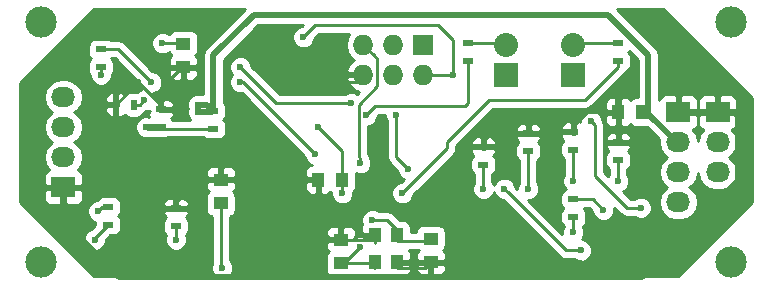
<source format=gbl>
G04 #@! TF.FileFunction,Copper,L2,Bot,Signal*
%FSLAX46Y46*%
G04 Gerber Fmt 4.6, Leading zero omitted, Abs format (unit mm)*
G04 Created by KiCad (PCBNEW 4.0.1-stable) date 11/19/2016 2:54:23 PM*
%MOMM*%
G01*
G04 APERTURE LIST*
%ADD10C,0.100000*%
%ADD11R,1.000000X1.250000*%
%ADD12R,1.250000X1.000000*%
%ADD13R,2.032000X1.727200*%
%ADD14O,2.032000X1.727200*%
%ADD15R,1.727200X1.727200*%
%ADD16O,1.727200X1.727200*%
%ADD17R,2.032000X2.032000*%
%ADD18O,2.032000X2.032000*%
%ADD19R,0.900000X0.500000*%
%ADD20R,0.500000X0.900000*%
%ADD21R,1.050000X1.300000*%
%ADD22C,2.650000*%
%ADD23C,0.600000*%
%ADD24C,0.508000*%
%ADD25C,0.250000*%
%ADD26C,0.254000*%
G04 APERTURE END LIST*
D10*
D11*
X179800000Y-73660000D03*
X177800000Y-73660000D03*
D12*
X144145000Y-81375000D03*
X144145000Y-79375000D03*
X140970000Y-67850000D03*
X140970000Y-69850000D03*
X161925000Y-84360000D03*
X161925000Y-86360000D03*
D11*
X154400000Y-79375000D03*
X152400000Y-79375000D03*
D12*
X154305000Y-86455000D03*
X154305000Y-84455000D03*
D13*
X186207400Y-73660000D03*
D14*
X186207400Y-76200000D03*
X186207400Y-78740000D03*
D13*
X130810000Y-80010000D03*
D14*
X130810000Y-77470000D03*
X130810000Y-74930000D03*
X130810000Y-72390000D03*
D13*
X182880000Y-73660000D03*
D14*
X182880000Y-76200000D03*
X182880000Y-78740000D03*
X182880000Y-81280000D03*
D15*
X161290000Y-67945000D03*
D16*
X161290000Y-70485000D03*
X158750000Y-67945000D03*
X158750000Y-70485000D03*
X156210000Y-67945000D03*
X156210000Y-70485000D03*
D17*
X168275000Y-70485000D03*
D18*
X168275000Y-67945000D03*
D17*
X173990000Y-70485000D03*
D18*
X173990000Y-67945000D03*
D19*
X143510000Y-75045000D03*
X143510000Y-73545000D03*
X173990000Y-76835000D03*
X173990000Y-75335000D03*
X139065000Y-73430000D03*
X139065000Y-74930000D03*
X133985000Y-69850000D03*
X133985000Y-68350000D03*
D20*
X136755000Y-73025000D03*
X135255000Y-73025000D03*
D19*
X134620000Y-83185000D03*
X134620000Y-81685000D03*
X140335000Y-81800000D03*
X140335000Y-83300000D03*
X170180000Y-75450000D03*
X170180000Y-76950000D03*
X165100000Y-67830000D03*
X165100000Y-69330000D03*
X166370000Y-78105000D03*
X166370000Y-76605000D03*
X177800000Y-69330000D03*
X177800000Y-67830000D03*
X177800000Y-77700000D03*
X177800000Y-76200000D03*
D21*
X159040000Y-84074000D03*
X159040000Y-86374000D03*
X157190000Y-86374000D03*
X157190000Y-84074000D03*
D22*
X128905000Y-66040000D03*
X128905000Y-86360000D03*
X187325000Y-66040000D03*
X187325000Y-86360000D03*
D19*
X173990000Y-82550000D03*
X173990000Y-81050000D03*
D23*
X133985000Y-70485000D03*
X142240000Y-73025000D03*
X142240000Y-73660000D03*
X150368000Y-71120000D03*
X179070000Y-71374000D03*
X178562000Y-71374000D03*
X169926000Y-86360000D03*
X140335000Y-80010000D03*
X137160000Y-71120000D03*
X133760000Y-82042000D03*
X144272000Y-86868000D03*
X139192000Y-67818000D03*
X156972000Y-82804000D03*
X155956000Y-85090000D03*
X168148000Y-80146980D03*
X174625000Y-85370000D03*
X166370000Y-80146980D03*
X163829999Y-70485000D03*
X154432000Y-80518000D03*
X151130000Y-67310000D03*
X152400000Y-74930000D03*
X176530000Y-81915000D03*
X177800002Y-79502000D03*
X145796000Y-71120000D03*
X152146000Y-77216000D03*
X173989996Y-79502000D03*
X179705000Y-81762600D03*
X175514000Y-74422000D03*
X170180000Y-80146980D03*
X173990000Y-83820000D03*
X159004000Y-73914000D03*
X160020000Y-78486000D03*
X155956000Y-77978000D03*
X137795000Y-74930000D03*
X137668000Y-72644000D03*
X138248831Y-71132432D03*
X133469010Y-84455000D03*
X140335000Y-84455000D03*
X156464000Y-73914000D03*
X159512000Y-80518000D03*
X145796000Y-69849998D03*
X155194000Y-72898000D03*
D24*
X143510000Y-73545000D02*
X143510000Y-68834000D01*
X143510000Y-68834000D02*
X146939000Y-65405000D01*
X146939000Y-65405000D02*
X176892202Y-65405000D01*
X176892202Y-65405000D02*
X180340000Y-68852798D01*
X180340000Y-68852798D02*
X180340000Y-73812400D01*
D25*
X133985000Y-70485000D02*
X133985000Y-69850000D01*
D24*
X179800000Y-73660000D02*
X180187600Y-73660000D01*
X180187600Y-73660000D02*
X180340000Y-73812400D01*
X182727600Y-76200000D02*
X182880000Y-76200000D01*
X180340000Y-73812400D02*
X182727600Y-76200000D01*
X142240000Y-73025000D02*
X142990000Y-73025000D01*
X142990000Y-73025000D02*
X143510000Y-73545000D01*
X142240000Y-73660000D02*
X142240000Y-73025000D01*
X142240000Y-73660000D02*
X143395000Y-73660000D01*
X143395000Y-73660000D02*
X143510000Y-73545000D01*
X182880000Y-73660000D02*
X187579000Y-73660000D01*
X187579000Y-73660000D02*
X187960000Y-74041000D01*
X187960000Y-74041000D02*
X187960000Y-79502000D01*
X187960000Y-79502000D02*
X179832000Y-87630000D01*
X179832000Y-87630000D02*
X135528088Y-87630000D01*
X135528088Y-87630000D02*
X130810000Y-82911912D01*
X130810000Y-82911912D02*
X130810000Y-81381600D01*
X130810000Y-81381600D02*
X130810000Y-80010000D01*
D25*
X150368000Y-71120000D02*
X155575000Y-71120000D01*
X155575000Y-71120000D02*
X156210000Y-70485000D01*
D24*
X179070000Y-71374000D02*
X177800000Y-72644000D01*
X177800000Y-72644000D02*
X177800000Y-73660000D01*
X178562000Y-71374000D02*
X177800000Y-72136000D01*
X177800000Y-72136000D02*
X177800000Y-73660000D01*
X178562000Y-71374000D02*
X179070000Y-71374000D01*
D25*
X161925000Y-86360000D02*
X169926000Y-86360000D01*
X159040000Y-86875000D02*
X159040000Y-86550000D01*
X157190000Y-84700000D02*
X157190000Y-84575000D01*
X159040000Y-86875000D02*
X161410000Y-86875000D01*
X161410000Y-86875000D02*
X161925000Y-86360000D01*
X154305000Y-84455000D02*
X157070000Y-84455000D01*
X157070000Y-84455000D02*
X157190000Y-84575000D01*
X154305000Y-84455000D02*
X153430000Y-84455000D01*
X153430000Y-84455000D02*
X152400000Y-83425000D01*
X152400000Y-83425000D02*
X152400000Y-80250000D01*
X152400000Y-80250000D02*
X152400000Y-79375000D01*
X152365366Y-79409634D02*
X152400000Y-79375000D01*
X152400000Y-79375000D02*
X144145000Y-79375000D01*
X139065000Y-73430000D02*
X139065000Y-71630000D01*
X139065000Y-71630000D02*
X140845000Y-69850000D01*
X140845000Y-69850000D02*
X140970000Y-69850000D01*
X137160000Y-71120000D02*
X139065000Y-73025000D01*
X139065000Y-73025000D02*
X139065000Y-73430000D01*
X139700000Y-80010000D02*
X135255000Y-75565000D01*
X135255000Y-75565000D02*
X135255000Y-73025000D01*
X140335000Y-80010000D02*
X139700000Y-80010000D01*
X140335000Y-81800000D02*
X140335000Y-80010000D01*
X140335000Y-81800000D02*
X140335000Y-81300000D01*
X140335000Y-81300000D02*
X142260000Y-79375000D01*
X142260000Y-79375000D02*
X143270000Y-79375000D01*
X143270000Y-79375000D02*
X144145000Y-79375000D01*
X137160000Y-71120000D02*
X135255000Y-73025000D01*
X177800000Y-73660000D02*
X177800000Y-76200000D01*
X170180000Y-75450000D02*
X167025000Y-75450000D01*
X167025000Y-75450000D02*
X166370000Y-76105000D01*
X166370000Y-76105000D02*
X166370000Y-76605000D01*
X173990000Y-75335000D02*
X170295000Y-75335000D01*
X170295000Y-75335000D02*
X170180000Y-75450000D01*
X177800000Y-73660000D02*
X175165000Y-73660000D01*
X175165000Y-73660000D02*
X173990000Y-74835000D01*
X173990000Y-74835000D02*
X173990000Y-75335000D01*
X134620000Y-81685000D02*
X134117000Y-81685000D01*
X134117000Y-81685000D02*
X133760000Y-82042000D01*
X144145000Y-81375000D02*
X144145000Y-86741000D01*
X144145000Y-86741000D02*
X144272000Y-86868000D01*
X139192000Y-67818000D02*
X140938000Y-67818000D01*
X140938000Y-67818000D02*
X140970000Y-67850000D01*
X159040000Y-84575000D02*
X159040000Y-83602000D01*
X159040000Y-83602000D02*
X158242000Y-82804000D01*
X158242000Y-82804000D02*
X156972000Y-82804000D01*
X159040000Y-84575000D02*
X161710000Y-84575000D01*
X161710000Y-84575000D02*
X161925000Y-84360000D01*
X154305000Y-86455000D02*
X154591000Y-86455000D01*
X154591000Y-86455000D02*
X155956000Y-85090000D01*
X154305000Y-86455000D02*
X156770000Y-86455000D01*
X156770000Y-86455000D02*
X157190000Y-86875000D01*
X173371020Y-85370000D02*
X168447999Y-80446979D01*
X174625000Y-85370000D02*
X173371020Y-85370000D01*
X168447999Y-80446979D02*
X168148000Y-80146980D01*
X166370000Y-78105000D02*
X166370000Y-80146980D01*
X161290000Y-70485000D02*
X163830000Y-70485000D01*
X151130000Y-67310000D02*
X152146000Y-66294000D01*
X152146000Y-66294000D02*
X162560000Y-66294000D01*
X162560000Y-66294000D02*
X163830000Y-67564000D01*
X163830000Y-67564000D02*
X163830000Y-70485000D01*
X163830000Y-70485000D02*
X163829999Y-70485000D01*
X154432000Y-80518000D02*
X154432000Y-79407000D01*
X154432000Y-79407000D02*
X154400000Y-79375000D01*
X152400000Y-74930000D02*
X154400000Y-76930000D01*
X154400000Y-76930000D02*
X154400000Y-79375000D01*
X173990000Y-81050000D02*
X175665000Y-81050000D01*
X175665000Y-81050000D02*
X176530000Y-81915000D01*
X177800000Y-79501998D02*
X177800002Y-79502000D01*
X177800000Y-77700000D02*
X177800000Y-79501998D01*
X146050000Y-71120000D02*
X145796000Y-71120000D01*
X152146000Y-77216000D02*
X146050000Y-71120000D01*
X173990000Y-76835000D02*
X173990000Y-79501996D01*
X173990000Y-79501996D02*
X173989996Y-79502000D01*
X175813999Y-79039999D02*
X178536600Y-81762600D01*
X178536600Y-81762600D02*
X179705000Y-81762600D01*
X175514000Y-74422000D02*
X175813999Y-74721999D01*
X175813999Y-74721999D02*
X175813999Y-79039999D01*
X170180000Y-76950000D02*
X170180000Y-80146980D01*
X173990000Y-83820000D02*
X173990000Y-82550000D01*
X160020000Y-78486000D02*
X159004000Y-77470000D01*
X159004000Y-77470000D02*
X159004000Y-73914000D01*
X155956000Y-77978000D02*
X155956000Y-77553736D01*
X155956000Y-77553736D02*
X155819001Y-77416737D01*
X155819001Y-77416737D02*
X155819001Y-73034999D01*
X155819001Y-73034999D02*
X157398601Y-71455399D01*
X157398601Y-71455399D02*
X157398601Y-69133601D01*
X157073599Y-68808599D02*
X156210000Y-67945000D01*
X157398601Y-69133601D02*
X157073599Y-68808599D01*
X165100000Y-67830000D02*
X168160000Y-67830000D01*
X168160000Y-67830000D02*
X168275000Y-67945000D01*
X177800000Y-67830000D02*
X174105000Y-67830000D01*
X174105000Y-67830000D02*
X173990000Y-67945000D01*
D24*
X139065000Y-74930000D02*
X137795000Y-74930000D01*
D25*
X143510000Y-75045000D02*
X137910000Y-75045000D01*
X137910000Y-75045000D02*
X137795000Y-74930000D01*
X136755000Y-73025000D02*
X137287000Y-73025000D01*
X137287000Y-73025000D02*
X137668000Y-72644000D01*
X137948832Y-70832433D02*
X138248831Y-71132432D01*
X135466399Y-68350000D02*
X137948832Y-70832433D01*
X133985000Y-68350000D02*
X135466399Y-68350000D01*
X133469010Y-84455000D02*
X133469010Y-84335990D01*
X133469010Y-84335990D02*
X134620000Y-83185000D01*
X140335000Y-84455000D02*
X140335000Y-83300000D01*
X156464000Y-73914000D02*
X157226000Y-73152000D01*
X164846000Y-73152000D02*
X165100000Y-72898000D01*
X157226000Y-73152000D02*
X164846000Y-73152000D01*
X165100000Y-72898000D02*
X165100000Y-69330000D01*
X163322000Y-76200000D02*
X163322000Y-76708000D01*
X163322000Y-76708000D02*
X159512000Y-80518000D01*
X166878000Y-72644000D02*
X163322000Y-76200000D01*
X174986000Y-72644000D02*
X166878000Y-72644000D01*
X177800000Y-69330000D02*
X177800000Y-69830000D01*
X177800000Y-69830000D02*
X174986000Y-72644000D01*
X146095999Y-70149997D02*
X145796000Y-69849998D01*
X148844002Y-72898000D02*
X146095999Y-70149997D01*
X155194000Y-72898000D02*
X148844002Y-72898000D01*
D26*
G36*
X142881382Y-68205382D02*
X142688671Y-68493794D01*
X142621000Y-68834000D01*
X142621000Y-72136000D01*
X142537189Y-72136000D01*
X142426799Y-72090162D01*
X142054833Y-72089838D01*
X141711057Y-72231883D01*
X141447808Y-72494673D01*
X141305162Y-72838201D01*
X141304838Y-73210167D01*
X141351000Y-73321888D01*
X141351000Y-73362811D01*
X141305162Y-73473201D01*
X141304838Y-73845167D01*
X141446883Y-74188943D01*
X141542773Y-74285000D01*
X140015409Y-74285000D01*
X139979090Y-74228559D01*
X139910994Y-74182031D01*
X140053327Y-74039698D01*
X140150000Y-73806309D01*
X140150000Y-73713750D01*
X139991250Y-73555000D01*
X139192000Y-73555000D01*
X139192000Y-73577000D01*
X138938000Y-73577000D01*
X138938000Y-73555000D01*
X138918000Y-73555000D01*
X138918000Y-73305000D01*
X138938000Y-73305000D01*
X138938000Y-72703750D01*
X139192000Y-72703750D01*
X139192000Y-73305000D01*
X139991250Y-73305000D01*
X140150000Y-73146250D01*
X140150000Y-73053691D01*
X140053327Y-72820302D01*
X139874699Y-72641673D01*
X139641310Y-72545000D01*
X139350750Y-72545000D01*
X139192000Y-72703750D01*
X138938000Y-72703750D01*
X138779250Y-72545000D01*
X138603087Y-72545000D01*
X138603162Y-72458833D01*
X138461117Y-72115057D01*
X138413719Y-72067576D01*
X138433998Y-72067594D01*
X138777774Y-71925549D01*
X139041023Y-71662759D01*
X139183669Y-71319231D01*
X139183993Y-70947265D01*
X139041948Y-70603489D01*
X138779158Y-70340240D01*
X138435630Y-70197594D01*
X138388754Y-70197553D01*
X138326951Y-70135750D01*
X139710000Y-70135750D01*
X139710000Y-70476309D01*
X139806673Y-70709698D01*
X139985301Y-70888327D01*
X140218690Y-70985000D01*
X140684250Y-70985000D01*
X140843000Y-70826250D01*
X140843000Y-69977000D01*
X141097000Y-69977000D01*
X141097000Y-70826250D01*
X141255750Y-70985000D01*
X141721310Y-70985000D01*
X141954699Y-70888327D01*
X142133327Y-70709698D01*
X142230000Y-70476309D01*
X142230000Y-70135750D01*
X142071250Y-69977000D01*
X141097000Y-69977000D01*
X140843000Y-69977000D01*
X139868750Y-69977000D01*
X139710000Y-70135750D01*
X138326951Y-70135750D01*
X136194368Y-68003167D01*
X138256838Y-68003167D01*
X138398883Y-68346943D01*
X138661673Y-68610192D01*
X139005201Y-68752838D01*
X139377167Y-68753162D01*
X139720943Y-68611117D01*
X139743774Y-68588326D01*
X139880910Y-68801441D01*
X139949006Y-68847969D01*
X139806673Y-68990302D01*
X139710000Y-69223691D01*
X139710000Y-69564250D01*
X139868750Y-69723000D01*
X140843000Y-69723000D01*
X140843000Y-69703000D01*
X141097000Y-69703000D01*
X141097000Y-69723000D01*
X142071250Y-69723000D01*
X142230000Y-69564250D01*
X142230000Y-69223691D01*
X142133327Y-68990302D01*
X141992090Y-68849064D01*
X142046441Y-68814090D01*
X142191431Y-68601890D01*
X142242440Y-68350000D01*
X142242440Y-67350000D01*
X142198162Y-67114683D01*
X142059090Y-66898559D01*
X141846890Y-66753569D01*
X141595000Y-66702560D01*
X140345000Y-66702560D01*
X140109683Y-66746838D01*
X139893559Y-66885910D01*
X139775975Y-67058000D01*
X139754463Y-67058000D01*
X139722327Y-67025808D01*
X139378799Y-66883162D01*
X139006833Y-66882838D01*
X138663057Y-67024883D01*
X138399808Y-67287673D01*
X138257162Y-67631201D01*
X138256838Y-68003167D01*
X136194368Y-68003167D01*
X136003800Y-67812599D01*
X135757238Y-67647852D01*
X135466399Y-67590000D01*
X134813386Y-67590000D01*
X134686890Y-67503569D01*
X134435000Y-67452560D01*
X133535000Y-67452560D01*
X133299683Y-67496838D01*
X133083559Y-67635910D01*
X132938569Y-67848110D01*
X132887560Y-68100000D01*
X132887560Y-68600000D01*
X132931838Y-68835317D01*
X133070910Y-69051441D01*
X133140711Y-69099134D01*
X133083559Y-69135910D01*
X132938569Y-69348110D01*
X132887560Y-69600000D01*
X132887560Y-70100000D01*
X132931838Y-70335317D01*
X133049970Y-70518899D01*
X133049838Y-70670167D01*
X133191883Y-71013943D01*
X133454673Y-71277192D01*
X133798201Y-71419838D01*
X134170167Y-71420162D01*
X134513943Y-71278117D01*
X134777192Y-71015327D01*
X134919838Y-70671799D01*
X134919975Y-70515012D01*
X135031431Y-70351890D01*
X135082440Y-70100000D01*
X135082440Y-69600000D01*
X135038162Y-69364683D01*
X134899090Y-69148559D01*
X134842657Y-69110000D01*
X135151597Y-69110000D01*
X137313709Y-71272112D01*
X137313669Y-71317599D01*
X137455714Y-71661375D01*
X137503112Y-71708856D01*
X137482833Y-71708838D01*
X137139057Y-71850883D01*
X137052592Y-71937198D01*
X137005000Y-71927560D01*
X136505000Y-71927560D01*
X136269683Y-71971838D01*
X136053559Y-72110910D01*
X136007031Y-72179006D01*
X135864698Y-72036673D01*
X135631309Y-71940000D01*
X135538750Y-71940000D01*
X135380000Y-72098750D01*
X135380000Y-72898000D01*
X135402000Y-72898000D01*
X135402000Y-73152000D01*
X135380000Y-73152000D01*
X135380000Y-73951250D01*
X135538750Y-74110000D01*
X135631309Y-74110000D01*
X135864698Y-74013327D01*
X136005936Y-73872090D01*
X136040910Y-73926441D01*
X136253110Y-74071431D01*
X136505000Y-74122440D01*
X137005000Y-74122440D01*
X137240317Y-74078162D01*
X137456441Y-73939090D01*
X137601431Y-73726890D01*
X137605062Y-73708958D01*
X137799386Y-73579115D01*
X137853167Y-73579162D01*
X137980000Y-73526756D01*
X137980000Y-73557002D01*
X138136748Y-73557002D01*
X137980000Y-73713750D01*
X137980000Y-73806309D01*
X138074101Y-74033489D01*
X137981799Y-73995162D01*
X137609833Y-73994838D01*
X137266057Y-74136883D01*
X137002808Y-74399673D01*
X136860162Y-74743201D01*
X136859838Y-75115167D01*
X137001883Y-75458943D01*
X137264673Y-75722192D01*
X137608201Y-75864838D01*
X137980167Y-75865162D01*
X138091888Y-75819000D01*
X138573322Y-75819000D01*
X138615000Y-75827440D01*
X139515000Y-75827440D01*
X139634258Y-75805000D01*
X142681614Y-75805000D01*
X142808110Y-75891431D01*
X143060000Y-75942440D01*
X143960000Y-75942440D01*
X144195317Y-75898162D01*
X144411441Y-75759090D01*
X144556431Y-75546890D01*
X144607440Y-75295000D01*
X144607440Y-74795000D01*
X144563162Y-74559683D01*
X144424090Y-74343559D01*
X144354289Y-74295866D01*
X144411441Y-74259090D01*
X144556431Y-74046890D01*
X144607440Y-73795000D01*
X144607440Y-73295000D01*
X144563162Y-73059683D01*
X144424090Y-72843559D01*
X144399000Y-72826416D01*
X144399000Y-69202236D01*
X147307236Y-66294000D01*
X151071198Y-66294000D01*
X150990320Y-66374878D01*
X150944833Y-66374838D01*
X150601057Y-66516883D01*
X150337808Y-66779673D01*
X150195162Y-67123201D01*
X150194838Y-67495167D01*
X150336883Y-67838943D01*
X150599673Y-68102192D01*
X150943201Y-68244838D01*
X151315167Y-68245162D01*
X151658943Y-68103117D01*
X151922192Y-67840327D01*
X152064838Y-67496799D01*
X152064879Y-67449923D01*
X152460802Y-67054000D01*
X155018011Y-67054000D01*
X154825474Y-67342152D01*
X154711400Y-67915641D01*
X154711400Y-67974359D01*
X154825474Y-68547848D01*
X155150330Y-69034029D01*
X155421161Y-69214992D01*
X155003179Y-69596510D01*
X154755032Y-70125973D01*
X154875531Y-70358000D01*
X156083000Y-70358000D01*
X156083000Y-70338000D01*
X156337000Y-70338000D01*
X156337000Y-70358000D01*
X156357000Y-70358000D01*
X156357000Y-70612000D01*
X156337000Y-70612000D01*
X156337000Y-70632000D01*
X156083000Y-70632000D01*
X156083000Y-70612000D01*
X154875531Y-70612000D01*
X154755032Y-70844027D01*
X155003179Y-71373490D01*
X155435053Y-71767688D01*
X155842677Y-71936521D01*
X155688335Y-72090863D01*
X155380799Y-71963162D01*
X155008833Y-71962838D01*
X154665057Y-72104883D01*
X154631882Y-72138000D01*
X149158804Y-72138000D01*
X146731122Y-69710318D01*
X146731162Y-69664831D01*
X146589117Y-69321055D01*
X146326327Y-69057806D01*
X145982799Y-68915160D01*
X145610833Y-68914836D01*
X145267057Y-69056881D01*
X145003808Y-69319671D01*
X144861162Y-69663199D01*
X144860838Y-70035165D01*
X145002883Y-70378941D01*
X145108711Y-70484953D01*
X145003808Y-70589673D01*
X144861162Y-70933201D01*
X144860838Y-71305167D01*
X145002883Y-71648943D01*
X145265673Y-71912192D01*
X145609201Y-72054838D01*
X145910298Y-72055100D01*
X151210878Y-77355680D01*
X151210838Y-77401167D01*
X151352883Y-77744943D01*
X151615673Y-78008192D01*
X151872894Y-78115000D01*
X151773691Y-78115000D01*
X151540302Y-78211673D01*
X151361673Y-78390301D01*
X151265000Y-78623690D01*
X151265000Y-79089250D01*
X151423750Y-79248000D01*
X152273000Y-79248000D01*
X152273000Y-79228000D01*
X152527000Y-79228000D01*
X152527000Y-79248000D01*
X152547000Y-79248000D01*
X152547000Y-79502000D01*
X152527000Y-79502000D01*
X152527000Y-80476250D01*
X152685750Y-80635000D01*
X153026309Y-80635000D01*
X153259698Y-80538327D01*
X153400936Y-80397090D01*
X153435910Y-80451441D01*
X153497021Y-80493196D01*
X153496838Y-80703167D01*
X153638883Y-81046943D01*
X153901673Y-81310192D01*
X154245201Y-81452838D01*
X154617167Y-81453162D01*
X154960943Y-81311117D01*
X155224192Y-81048327D01*
X155366838Y-80704799D01*
X155367068Y-80441220D01*
X155496431Y-80251890D01*
X155547440Y-80000000D01*
X155547440Y-78820754D01*
X155769201Y-78912838D01*
X156141167Y-78913162D01*
X156484943Y-78771117D01*
X156748192Y-78508327D01*
X156890838Y-78164799D01*
X156891162Y-77792833D01*
X156749117Y-77449057D01*
X156681755Y-77381578D01*
X156658148Y-77262897D01*
X156579001Y-77144445D01*
X156579001Y-74849101D01*
X156649167Y-74849162D01*
X156992943Y-74707117D01*
X157256192Y-74444327D01*
X157398838Y-74100799D01*
X157398879Y-74053923D01*
X157540802Y-73912000D01*
X158069001Y-73912000D01*
X158068838Y-74099167D01*
X158210883Y-74442943D01*
X158244000Y-74476118D01*
X158244000Y-77470000D01*
X158301852Y-77760839D01*
X158466599Y-78007401D01*
X159084878Y-78625680D01*
X159084838Y-78671167D01*
X159226883Y-79014943D01*
X159489673Y-79278192D01*
X159622042Y-79333156D01*
X159372320Y-79582878D01*
X159326833Y-79582838D01*
X158983057Y-79724883D01*
X158719808Y-79987673D01*
X158577162Y-80331201D01*
X158576838Y-80703167D01*
X158718883Y-81046943D01*
X158981673Y-81310192D01*
X159325201Y-81452838D01*
X159697167Y-81453162D01*
X160040943Y-81311117D01*
X160304192Y-81048327D01*
X160446838Y-80704799D01*
X160446879Y-80657923D01*
X163249802Y-77855000D01*
X165272560Y-77855000D01*
X165272560Y-78355000D01*
X165316838Y-78590317D01*
X165455910Y-78806441D01*
X165610000Y-78911726D01*
X165610000Y-79584517D01*
X165577808Y-79616653D01*
X165435162Y-79960181D01*
X165434838Y-80332147D01*
X165576883Y-80675923D01*
X165839673Y-80939172D01*
X166183201Y-81081818D01*
X166555167Y-81082142D01*
X166898943Y-80940097D01*
X167162192Y-80677307D01*
X167259062Y-80444019D01*
X167354883Y-80675923D01*
X167617673Y-80939172D01*
X167961201Y-81081818D01*
X168008077Y-81081859D01*
X172833619Y-85907401D01*
X173080181Y-86072148D01*
X173371020Y-86130000D01*
X174062537Y-86130000D01*
X174094673Y-86162192D01*
X174438201Y-86304838D01*
X174810167Y-86305162D01*
X175153943Y-86163117D01*
X175417192Y-85900327D01*
X175559838Y-85556799D01*
X175560162Y-85184833D01*
X175418117Y-84841057D01*
X175155327Y-84577808D01*
X174811799Y-84435162D01*
X174697309Y-84435062D01*
X174782192Y-84350327D01*
X174924838Y-84006799D01*
X174925162Y-83634833D01*
X174797067Y-83324818D01*
X174891441Y-83264090D01*
X175036431Y-83051890D01*
X175087440Y-82800000D01*
X175087440Y-82300000D01*
X175043162Y-82064683D01*
X174904090Y-81848559D01*
X174847657Y-81810000D01*
X175350198Y-81810000D01*
X175594878Y-82054680D01*
X175594838Y-82100167D01*
X175736883Y-82443943D01*
X175999673Y-82707192D01*
X176343201Y-82849838D01*
X176715167Y-82850162D01*
X177058943Y-82708117D01*
X177322192Y-82445327D01*
X177464838Y-82101799D01*
X177465131Y-81765933D01*
X177999199Y-82300001D01*
X178245760Y-82464748D01*
X178536600Y-82522600D01*
X179142537Y-82522600D01*
X179174673Y-82554792D01*
X179518201Y-82697438D01*
X179890167Y-82697762D01*
X180233943Y-82555717D01*
X180497192Y-82292927D01*
X180639838Y-81949399D01*
X180640162Y-81577433D01*
X180498117Y-81233657D01*
X180235327Y-80970408D01*
X179891799Y-80827762D01*
X179519833Y-80827438D01*
X179176057Y-80969483D01*
X179142882Y-81002600D01*
X178851402Y-81002600D01*
X178198017Y-80349215D01*
X178328945Y-80295117D01*
X178592194Y-80032327D01*
X178734840Y-79688799D01*
X178735164Y-79316833D01*
X178593119Y-78973057D01*
X178560000Y-78939880D01*
X178560000Y-78505105D01*
X178701441Y-78414090D01*
X178846431Y-78201890D01*
X178897440Y-77950000D01*
X178897440Y-77450000D01*
X178853162Y-77214683D01*
X178714090Y-76998559D01*
X178645994Y-76952031D01*
X178788327Y-76809698D01*
X178885000Y-76576309D01*
X178885000Y-76483750D01*
X178726250Y-76325000D01*
X177927000Y-76325000D01*
X177927000Y-76347000D01*
X177673000Y-76347000D01*
X177673000Y-76325000D01*
X176873750Y-76325000D01*
X176715000Y-76483750D01*
X176715000Y-76576309D01*
X176811673Y-76809698D01*
X176952910Y-76950936D01*
X176898559Y-76985910D01*
X176753569Y-77198110D01*
X176702560Y-77450000D01*
X176702560Y-77950000D01*
X176746838Y-78185317D01*
X176885910Y-78401441D01*
X177040000Y-78506726D01*
X177040000Y-78939539D01*
X177007810Y-78971673D01*
X176952845Y-79104043D01*
X176573999Y-78725197D01*
X176573999Y-75823691D01*
X176715000Y-75823691D01*
X176715000Y-75916250D01*
X176873750Y-76075000D01*
X177673000Y-76075000D01*
X177673000Y-75473750D01*
X177927000Y-75473750D01*
X177927000Y-76075000D01*
X178726250Y-76075000D01*
X178885000Y-75916250D01*
X178885000Y-75823691D01*
X178788327Y-75590302D01*
X178609699Y-75411673D01*
X178376310Y-75315000D01*
X178085750Y-75315000D01*
X177927000Y-75473750D01*
X177673000Y-75473750D01*
X177514250Y-75315000D01*
X177223690Y-75315000D01*
X176990301Y-75411673D01*
X176811673Y-75590302D01*
X176715000Y-75823691D01*
X176573999Y-75823691D01*
X176573999Y-74721999D01*
X176516147Y-74431160D01*
X176449080Y-74330787D01*
X176449162Y-74236833D01*
X176328890Y-73945750D01*
X176665000Y-73945750D01*
X176665000Y-74411310D01*
X176761673Y-74644699D01*
X176940302Y-74823327D01*
X177173691Y-74920000D01*
X177514250Y-74920000D01*
X177673000Y-74761250D01*
X177673000Y-73787000D01*
X176823750Y-73787000D01*
X176665000Y-73945750D01*
X176328890Y-73945750D01*
X176307117Y-73893057D01*
X176044327Y-73629808D01*
X175700799Y-73487162D01*
X175328833Y-73486838D01*
X174985057Y-73628883D01*
X174721808Y-73891673D01*
X174579162Y-74235201D01*
X174578970Y-74455244D01*
X174566310Y-74450000D01*
X174275750Y-74450000D01*
X174117000Y-74608750D01*
X174117000Y-75210000D01*
X174137000Y-75210000D01*
X174137000Y-75460000D01*
X174117000Y-75460000D01*
X174117000Y-75482000D01*
X173863000Y-75482000D01*
X173863000Y-75460000D01*
X173063750Y-75460000D01*
X172905000Y-75618750D01*
X172905000Y-75711309D01*
X173001673Y-75944698D01*
X173142910Y-76085936D01*
X173088559Y-76120910D01*
X172943569Y-76333110D01*
X172892560Y-76585000D01*
X172892560Y-77085000D01*
X172936838Y-77320317D01*
X173075910Y-77536441D01*
X173230000Y-77641726D01*
X173230000Y-78939533D01*
X173197804Y-78971673D01*
X173055158Y-79315201D01*
X173054834Y-79687167D01*
X173196879Y-80030943D01*
X173353344Y-80187682D01*
X173304683Y-80196838D01*
X173088559Y-80335910D01*
X172943569Y-80548110D01*
X172892560Y-80800000D01*
X172892560Y-81300000D01*
X172936838Y-81535317D01*
X173075910Y-81751441D01*
X173145711Y-81799134D01*
X173088559Y-81835910D01*
X172943569Y-82048110D01*
X172892560Y-82300000D01*
X172892560Y-82800000D01*
X172936838Y-83035317D01*
X173075910Y-83251441D01*
X173183234Y-83324772D01*
X173055162Y-83633201D01*
X173054861Y-83979039D01*
X170157783Y-81081961D01*
X170365167Y-81082142D01*
X170708943Y-80940097D01*
X170972192Y-80677307D01*
X171114838Y-80333779D01*
X171115162Y-79961813D01*
X170973117Y-79618037D01*
X170940000Y-79584862D01*
X170940000Y-77755105D01*
X171081441Y-77664090D01*
X171226431Y-77451890D01*
X171277440Y-77200000D01*
X171277440Y-76700000D01*
X171233162Y-76464683D01*
X171094090Y-76248559D01*
X171025994Y-76202031D01*
X171168327Y-76059698D01*
X171265000Y-75826309D01*
X171265000Y-75733750D01*
X171106250Y-75575000D01*
X170307000Y-75575000D01*
X170307000Y-75597000D01*
X170053000Y-75597000D01*
X170053000Y-75575000D01*
X169253750Y-75575000D01*
X169095000Y-75733750D01*
X169095000Y-75826309D01*
X169191673Y-76059698D01*
X169332910Y-76200936D01*
X169278559Y-76235910D01*
X169133569Y-76448110D01*
X169082560Y-76700000D01*
X169082560Y-77200000D01*
X169126838Y-77435317D01*
X169265910Y-77651441D01*
X169420000Y-77756726D01*
X169420000Y-79584517D01*
X169387808Y-79616653D01*
X169245162Y-79960181D01*
X169244980Y-80169158D01*
X169083122Y-80007300D01*
X169083162Y-79961813D01*
X168941117Y-79618037D01*
X168678327Y-79354788D01*
X168334799Y-79212142D01*
X167962833Y-79211818D01*
X167619057Y-79353863D01*
X167355808Y-79616653D01*
X167258938Y-79849941D01*
X167163117Y-79618037D01*
X167130000Y-79584862D01*
X167130000Y-78910105D01*
X167271441Y-78819090D01*
X167416431Y-78606890D01*
X167467440Y-78355000D01*
X167467440Y-77855000D01*
X167423162Y-77619683D01*
X167284090Y-77403559D01*
X167215994Y-77357031D01*
X167358327Y-77214698D01*
X167455000Y-76981309D01*
X167455000Y-76888750D01*
X167296250Y-76730000D01*
X166497000Y-76730000D01*
X166497000Y-76752000D01*
X166243000Y-76752000D01*
X166243000Y-76730000D01*
X165443750Y-76730000D01*
X165285000Y-76888750D01*
X165285000Y-76981309D01*
X165381673Y-77214698D01*
X165522910Y-77355936D01*
X165468559Y-77390910D01*
X165323569Y-77603110D01*
X165272560Y-77855000D01*
X163249802Y-77855000D01*
X163859401Y-77245401D01*
X164024148Y-76998839D01*
X164082000Y-76708000D01*
X164082000Y-76514802D01*
X164368111Y-76228691D01*
X165285000Y-76228691D01*
X165285000Y-76321250D01*
X165443750Y-76480000D01*
X166243000Y-76480000D01*
X166243000Y-75878750D01*
X166497000Y-75878750D01*
X166497000Y-76480000D01*
X167296250Y-76480000D01*
X167455000Y-76321250D01*
X167455000Y-76228691D01*
X167358327Y-75995302D01*
X167179699Y-75816673D01*
X166946310Y-75720000D01*
X166655750Y-75720000D01*
X166497000Y-75878750D01*
X166243000Y-75878750D01*
X166084250Y-75720000D01*
X165793690Y-75720000D01*
X165560301Y-75816673D01*
X165381673Y-75995302D01*
X165285000Y-76228691D01*
X164368111Y-76228691D01*
X165523111Y-75073691D01*
X169095000Y-75073691D01*
X169095000Y-75166250D01*
X169253750Y-75325000D01*
X170053000Y-75325000D01*
X170053000Y-74723750D01*
X170307000Y-74723750D01*
X170307000Y-75325000D01*
X171106250Y-75325000D01*
X171265000Y-75166250D01*
X171265000Y-75073691D01*
X171217366Y-74958691D01*
X172905000Y-74958691D01*
X172905000Y-75051250D01*
X173063750Y-75210000D01*
X173863000Y-75210000D01*
X173863000Y-74608750D01*
X173704250Y-74450000D01*
X173413690Y-74450000D01*
X173180301Y-74546673D01*
X173001673Y-74725302D01*
X172905000Y-74958691D01*
X171217366Y-74958691D01*
X171168327Y-74840302D01*
X170989699Y-74661673D01*
X170756310Y-74565000D01*
X170465750Y-74565000D01*
X170307000Y-74723750D01*
X170053000Y-74723750D01*
X169894250Y-74565000D01*
X169603690Y-74565000D01*
X169370301Y-74661673D01*
X169191673Y-74840302D01*
X169095000Y-75073691D01*
X165523111Y-75073691D01*
X167192802Y-73404000D01*
X174986000Y-73404000D01*
X175276839Y-73346148D01*
X175523401Y-73181401D01*
X175796112Y-72908690D01*
X176665000Y-72908690D01*
X176665000Y-73374250D01*
X176823750Y-73533000D01*
X177673000Y-73533000D01*
X177673000Y-72558750D01*
X177514250Y-72400000D01*
X177173691Y-72400000D01*
X176940302Y-72496673D01*
X176761673Y-72675301D01*
X176665000Y-72908690D01*
X175796112Y-72908690D01*
X178337401Y-70367401D01*
X178456937Y-70188502D01*
X178485317Y-70183162D01*
X178701441Y-70044090D01*
X178846431Y-69831890D01*
X178897440Y-69580000D01*
X178897440Y-69080000D01*
X178853162Y-68844683D01*
X178714090Y-68628559D01*
X178644289Y-68580866D01*
X178701441Y-68544090D01*
X178730917Y-68500951D01*
X179451000Y-69221034D01*
X179451000Y-72387560D01*
X179300000Y-72387560D01*
X179064683Y-72431838D01*
X178848559Y-72570910D01*
X178802031Y-72639006D01*
X178659698Y-72496673D01*
X178426309Y-72400000D01*
X178085750Y-72400000D01*
X177927000Y-72558750D01*
X177927000Y-73533000D01*
X177947000Y-73533000D01*
X177947000Y-73787000D01*
X177927000Y-73787000D01*
X177927000Y-74761250D01*
X178085750Y-74920000D01*
X178426309Y-74920000D01*
X178659698Y-74823327D01*
X178800936Y-74682090D01*
X178835910Y-74736441D01*
X179048110Y-74881431D01*
X179300000Y-74932440D01*
X180202804Y-74932440D01*
X181242066Y-75971702D01*
X181196655Y-76200000D01*
X181310729Y-76773489D01*
X181635585Y-77259670D01*
X181950366Y-77470000D01*
X181635585Y-77680330D01*
X181310729Y-78166511D01*
X181196655Y-78740000D01*
X181310729Y-79313489D01*
X181635585Y-79799670D01*
X181950366Y-80010000D01*
X181635585Y-80220330D01*
X181310729Y-80706511D01*
X181196655Y-81280000D01*
X181310729Y-81853489D01*
X181635585Y-82339670D01*
X182121766Y-82664526D01*
X182695255Y-82778600D01*
X183064745Y-82778600D01*
X183638234Y-82664526D01*
X184124415Y-82339670D01*
X184449271Y-81853489D01*
X184563345Y-81280000D01*
X184449271Y-80706511D01*
X184124415Y-80220330D01*
X183809634Y-80010000D01*
X184124415Y-79799670D01*
X184449271Y-79313489D01*
X184543700Y-78838762D01*
X184638129Y-79313489D01*
X184962985Y-79799670D01*
X185449166Y-80124526D01*
X186022655Y-80238600D01*
X186392145Y-80238600D01*
X186965634Y-80124526D01*
X187451815Y-79799670D01*
X187776671Y-79313489D01*
X187890745Y-78740000D01*
X187776671Y-78166511D01*
X187451815Y-77680330D01*
X187137034Y-77470000D01*
X187451815Y-77259670D01*
X187776671Y-76773489D01*
X187890745Y-76200000D01*
X187776671Y-75626511D01*
X187451815Y-75140330D01*
X187429620Y-75125500D01*
X187583098Y-75061927D01*
X187761727Y-74883299D01*
X187858400Y-74649910D01*
X187858400Y-73945750D01*
X187699650Y-73787000D01*
X186334400Y-73787000D01*
X186334400Y-73807000D01*
X186080400Y-73807000D01*
X186080400Y-73787000D01*
X184715150Y-73787000D01*
X184556400Y-73945750D01*
X184556400Y-74649910D01*
X184653073Y-74883299D01*
X184831702Y-75061927D01*
X184985180Y-75125500D01*
X184962985Y-75140330D01*
X184638129Y-75626511D01*
X184543700Y-76101238D01*
X184449271Y-75626511D01*
X184124415Y-75140330D01*
X184102220Y-75125500D01*
X184255698Y-75061927D01*
X184434327Y-74883299D01*
X184531000Y-74649910D01*
X184531000Y-73945750D01*
X184372250Y-73787000D01*
X183007000Y-73787000D01*
X183007000Y-73807000D01*
X182753000Y-73807000D01*
X182753000Y-73787000D01*
X182733000Y-73787000D01*
X182733000Y-73533000D01*
X182753000Y-73533000D01*
X182753000Y-72320150D01*
X183007000Y-72320150D01*
X183007000Y-73533000D01*
X184372250Y-73533000D01*
X184531000Y-73374250D01*
X184531000Y-72670090D01*
X184556400Y-72670090D01*
X184556400Y-73374250D01*
X184715150Y-73533000D01*
X186080400Y-73533000D01*
X186080400Y-72320150D01*
X186334400Y-72320150D01*
X186334400Y-73533000D01*
X187699650Y-73533000D01*
X187858400Y-73374250D01*
X187858400Y-72670090D01*
X187761727Y-72436701D01*
X187583098Y-72258073D01*
X187349709Y-72161400D01*
X186493150Y-72161400D01*
X186334400Y-72320150D01*
X186080400Y-72320150D01*
X185921650Y-72161400D01*
X185065091Y-72161400D01*
X184831702Y-72258073D01*
X184653073Y-72436701D01*
X184556400Y-72670090D01*
X184531000Y-72670090D01*
X184434327Y-72436701D01*
X184255698Y-72258073D01*
X184022309Y-72161400D01*
X183165750Y-72161400D01*
X183007000Y-72320150D01*
X182753000Y-72320150D01*
X182594250Y-72161400D01*
X181737691Y-72161400D01*
X181504302Y-72258073D01*
X181325673Y-72436701D01*
X181229000Y-72670090D01*
X181229000Y-68852798D01*
X181161329Y-68512592D01*
X180968618Y-68224180D01*
X177641438Y-64897000D01*
X181557394Y-64897000D01*
X189103000Y-72442606D01*
X189103000Y-81227394D01*
X182827394Y-87503000D01*
X159984026Y-87503000D01*
X160103327Y-87383698D01*
X160200000Y-87150309D01*
X160200000Y-86659750D01*
X160186000Y-86645750D01*
X160665000Y-86645750D01*
X160665000Y-86986309D01*
X160761673Y-87219698D01*
X160940301Y-87398327D01*
X161173690Y-87495000D01*
X161639250Y-87495000D01*
X161798000Y-87336250D01*
X161798000Y-86487000D01*
X162052000Y-86487000D01*
X162052000Y-87336250D01*
X162210750Y-87495000D01*
X162676310Y-87495000D01*
X162909699Y-87398327D01*
X163088327Y-87219698D01*
X163185000Y-86986309D01*
X163185000Y-86645750D01*
X163026250Y-86487000D01*
X162052000Y-86487000D01*
X161798000Y-86487000D01*
X160823750Y-86487000D01*
X160665000Y-86645750D01*
X160186000Y-86645750D01*
X160041250Y-86501000D01*
X159167000Y-86501000D01*
X159167000Y-86521000D01*
X158913000Y-86521000D01*
X158913000Y-86501000D01*
X158893000Y-86501000D01*
X158893000Y-86247000D01*
X158913000Y-86247000D01*
X158913000Y-86227000D01*
X159167000Y-86227000D01*
X159167000Y-86247000D01*
X160041250Y-86247000D01*
X160200000Y-86088250D01*
X160200000Y-85597691D01*
X160103327Y-85364302D01*
X160074025Y-85335000D01*
X160870390Y-85335000D01*
X160904006Y-85357969D01*
X160761673Y-85500302D01*
X160665000Y-85733691D01*
X160665000Y-86074250D01*
X160823750Y-86233000D01*
X161798000Y-86233000D01*
X161798000Y-86213000D01*
X162052000Y-86213000D01*
X162052000Y-86233000D01*
X163026250Y-86233000D01*
X163185000Y-86074250D01*
X163185000Y-85733691D01*
X163088327Y-85500302D01*
X162947090Y-85359064D01*
X163001441Y-85324090D01*
X163146431Y-85111890D01*
X163197440Y-84860000D01*
X163197440Y-83860000D01*
X163153162Y-83624683D01*
X163014090Y-83408559D01*
X162801890Y-83263569D01*
X162550000Y-83212560D01*
X161300000Y-83212560D01*
X161064683Y-83256838D01*
X160848559Y-83395910D01*
X160703569Y-83608110D01*
X160661673Y-83815000D01*
X160212440Y-83815000D01*
X160212440Y-83424000D01*
X160168162Y-83188683D01*
X160029090Y-82972559D01*
X159816890Y-82827569D01*
X159565000Y-82776560D01*
X159289362Y-82776560D01*
X158779401Y-82266599D01*
X158532839Y-82101852D01*
X158242000Y-82044000D01*
X157534463Y-82044000D01*
X157502327Y-82011808D01*
X157158799Y-81869162D01*
X156786833Y-81868838D01*
X156443057Y-82010883D01*
X156179808Y-82273673D01*
X156037162Y-82617201D01*
X156036838Y-82989167D01*
X156097242Y-83135355D01*
X156030000Y-83297691D01*
X156030000Y-83788250D01*
X156188750Y-83947000D01*
X157063000Y-83947000D01*
X157063000Y-83927000D01*
X157317000Y-83927000D01*
X157317000Y-83947000D01*
X157337000Y-83947000D01*
X157337000Y-84201000D01*
X157317000Y-84201000D01*
X157317000Y-84221000D01*
X157063000Y-84221000D01*
X157063000Y-84201000D01*
X156253189Y-84201000D01*
X156142799Y-84155162D01*
X155770833Y-84154838D01*
X155444627Y-84289623D01*
X155565000Y-84169250D01*
X155565000Y-83828691D01*
X155468327Y-83595302D01*
X155289699Y-83416673D01*
X155056310Y-83320000D01*
X154590750Y-83320000D01*
X154432000Y-83478750D01*
X154432000Y-84328000D01*
X154452000Y-84328000D01*
X154452000Y-84582000D01*
X154432000Y-84582000D01*
X154432000Y-84602000D01*
X154178000Y-84602000D01*
X154178000Y-84582000D01*
X153203750Y-84582000D01*
X153045000Y-84740750D01*
X153045000Y-85081309D01*
X153141673Y-85314698D01*
X153282910Y-85455936D01*
X153228559Y-85490910D01*
X153083569Y-85703110D01*
X153032560Y-85955000D01*
X153032560Y-86955000D01*
X153076838Y-87190317D01*
X153215910Y-87406441D01*
X153357229Y-87503000D01*
X144959336Y-87503000D01*
X145064192Y-87398327D01*
X145206838Y-87054799D01*
X145207162Y-86682833D01*
X145065117Y-86339057D01*
X144905000Y-86178660D01*
X144905000Y-83828691D01*
X153045000Y-83828691D01*
X153045000Y-84169250D01*
X153203750Y-84328000D01*
X154178000Y-84328000D01*
X154178000Y-83478750D01*
X154019250Y-83320000D01*
X153553690Y-83320000D01*
X153320301Y-83416673D01*
X153141673Y-83595302D01*
X153045000Y-83828691D01*
X144905000Y-83828691D01*
X144905000Y-82497038D01*
X145005317Y-82478162D01*
X145221441Y-82339090D01*
X145366431Y-82126890D01*
X145417440Y-81875000D01*
X145417440Y-80875000D01*
X145373162Y-80639683D01*
X145234090Y-80423559D01*
X145165994Y-80377031D01*
X145308327Y-80234698D01*
X145405000Y-80001309D01*
X145405000Y-79660750D01*
X151265000Y-79660750D01*
X151265000Y-80126310D01*
X151361673Y-80359699D01*
X151540302Y-80538327D01*
X151773691Y-80635000D01*
X152114250Y-80635000D01*
X152273000Y-80476250D01*
X152273000Y-79502000D01*
X151423750Y-79502000D01*
X151265000Y-79660750D01*
X145405000Y-79660750D01*
X145246250Y-79502000D01*
X144272000Y-79502000D01*
X144272000Y-79522000D01*
X144018000Y-79522000D01*
X144018000Y-79502000D01*
X143043750Y-79502000D01*
X142885000Y-79660750D01*
X142885000Y-80001309D01*
X142981673Y-80234698D01*
X143122910Y-80375936D01*
X143068559Y-80410910D01*
X142923569Y-80623110D01*
X142872560Y-80875000D01*
X142872560Y-81875000D01*
X142916838Y-82110317D01*
X143055910Y-82326441D01*
X143268110Y-82471431D01*
X143385000Y-82495102D01*
X143385000Y-86565995D01*
X143337162Y-86681201D01*
X143336838Y-87053167D01*
X143478883Y-87396943D01*
X143584755Y-87503000D01*
X133402606Y-87503000D01*
X130539773Y-84640167D01*
X132533848Y-84640167D01*
X132675893Y-84983943D01*
X132938683Y-85247192D01*
X133282211Y-85389838D01*
X133654177Y-85390162D01*
X133997953Y-85248117D01*
X134261202Y-84985327D01*
X134403848Y-84641799D01*
X134403993Y-84475809D01*
X134797362Y-84082440D01*
X135070000Y-84082440D01*
X135305317Y-84038162D01*
X135521441Y-83899090D01*
X135666431Y-83686890D01*
X135717440Y-83435000D01*
X135717440Y-83050000D01*
X139237560Y-83050000D01*
X139237560Y-83550000D01*
X139281838Y-83785317D01*
X139420910Y-84001441D01*
X139491035Y-84049355D01*
X139400162Y-84268201D01*
X139399838Y-84640167D01*
X139541883Y-84983943D01*
X139804673Y-85247192D01*
X140148201Y-85389838D01*
X140520167Y-85390162D01*
X140863943Y-85248117D01*
X141127192Y-84985327D01*
X141269838Y-84641799D01*
X141270162Y-84269833D01*
X141179603Y-84050664D01*
X141236441Y-84014090D01*
X141381431Y-83801890D01*
X141432440Y-83550000D01*
X141432440Y-83050000D01*
X141388162Y-82814683D01*
X141249090Y-82598559D01*
X141180994Y-82552031D01*
X141323327Y-82409698D01*
X141420000Y-82176309D01*
X141420000Y-82083750D01*
X141261250Y-81925000D01*
X140462000Y-81925000D01*
X140462000Y-81947000D01*
X140208000Y-81947000D01*
X140208000Y-81925000D01*
X139408750Y-81925000D01*
X139250000Y-82083750D01*
X139250000Y-82176309D01*
X139346673Y-82409698D01*
X139487910Y-82550936D01*
X139433559Y-82585910D01*
X139288569Y-82798110D01*
X139237560Y-83050000D01*
X135717440Y-83050000D01*
X135717440Y-82935000D01*
X135673162Y-82699683D01*
X135534090Y-82483559D01*
X135464289Y-82435866D01*
X135521441Y-82399090D01*
X135666431Y-82186890D01*
X135717440Y-81935000D01*
X135717440Y-81435000D01*
X135715313Y-81423691D01*
X139250000Y-81423691D01*
X139250000Y-81516250D01*
X139408750Y-81675000D01*
X140208000Y-81675000D01*
X140208000Y-81073750D01*
X140462000Y-81073750D01*
X140462000Y-81675000D01*
X141261250Y-81675000D01*
X141420000Y-81516250D01*
X141420000Y-81423691D01*
X141323327Y-81190302D01*
X141144699Y-81011673D01*
X140911310Y-80915000D01*
X140620750Y-80915000D01*
X140462000Y-81073750D01*
X140208000Y-81073750D01*
X140049250Y-80915000D01*
X139758690Y-80915000D01*
X139525301Y-81011673D01*
X139346673Y-81190302D01*
X139250000Y-81423691D01*
X135715313Y-81423691D01*
X135673162Y-81199683D01*
X135534090Y-80983559D01*
X135321890Y-80838569D01*
X135070000Y-80787560D01*
X134170000Y-80787560D01*
X133934683Y-80831838D01*
X133718559Y-80970910D01*
X133625653Y-81106882D01*
X133574833Y-81106838D01*
X133231057Y-81248883D01*
X132967808Y-81511673D01*
X132825162Y-81855201D01*
X132824838Y-82227167D01*
X132966883Y-82570943D01*
X133229673Y-82834192D01*
X133522560Y-82955810D01*
X133522560Y-83207638D01*
X133158618Y-83571580D01*
X132940067Y-83661883D01*
X132676818Y-83924673D01*
X132534172Y-84268201D01*
X132533848Y-84640167D01*
X130539773Y-84640167D01*
X127127000Y-81227394D01*
X127127000Y-80295750D01*
X129159000Y-80295750D01*
X129159000Y-80999910D01*
X129255673Y-81233299D01*
X129434302Y-81411927D01*
X129667691Y-81508600D01*
X130524250Y-81508600D01*
X130683000Y-81349850D01*
X130683000Y-80137000D01*
X130937000Y-80137000D01*
X130937000Y-81349850D01*
X131095750Y-81508600D01*
X131952309Y-81508600D01*
X132185698Y-81411927D01*
X132364327Y-81233299D01*
X132461000Y-80999910D01*
X132461000Y-80295750D01*
X132302250Y-80137000D01*
X130937000Y-80137000D01*
X130683000Y-80137000D01*
X129317750Y-80137000D01*
X129159000Y-80295750D01*
X127127000Y-80295750D01*
X127127000Y-72390000D01*
X129126655Y-72390000D01*
X129240729Y-72963489D01*
X129565585Y-73449670D01*
X129880366Y-73660000D01*
X129565585Y-73870330D01*
X129240729Y-74356511D01*
X129126655Y-74930000D01*
X129240729Y-75503489D01*
X129565585Y-75989670D01*
X129880366Y-76200000D01*
X129565585Y-76410330D01*
X129240729Y-76896511D01*
X129126655Y-77470000D01*
X129240729Y-78043489D01*
X129565585Y-78529670D01*
X129587780Y-78544500D01*
X129434302Y-78608073D01*
X129255673Y-78786701D01*
X129159000Y-79020090D01*
X129159000Y-79724250D01*
X129317750Y-79883000D01*
X130683000Y-79883000D01*
X130683000Y-79863000D01*
X130937000Y-79863000D01*
X130937000Y-79883000D01*
X132302250Y-79883000D01*
X132461000Y-79724250D01*
X132461000Y-79020090D01*
X132364327Y-78786701D01*
X132326317Y-78748691D01*
X142885000Y-78748691D01*
X142885000Y-79089250D01*
X143043750Y-79248000D01*
X144018000Y-79248000D01*
X144018000Y-78398750D01*
X144272000Y-78398750D01*
X144272000Y-79248000D01*
X145246250Y-79248000D01*
X145405000Y-79089250D01*
X145405000Y-78748691D01*
X145308327Y-78515302D01*
X145129699Y-78336673D01*
X144896310Y-78240000D01*
X144430750Y-78240000D01*
X144272000Y-78398750D01*
X144018000Y-78398750D01*
X143859250Y-78240000D01*
X143393690Y-78240000D01*
X143160301Y-78336673D01*
X142981673Y-78515302D01*
X142885000Y-78748691D01*
X132326317Y-78748691D01*
X132185698Y-78608073D01*
X132032220Y-78544500D01*
X132054415Y-78529670D01*
X132379271Y-78043489D01*
X132493345Y-77470000D01*
X132379271Y-76896511D01*
X132054415Y-76410330D01*
X131739634Y-76200000D01*
X132054415Y-75989670D01*
X132379271Y-75503489D01*
X132493345Y-74930000D01*
X132379271Y-74356511D01*
X132054415Y-73870330D01*
X131739634Y-73660000D01*
X132054415Y-73449670D01*
X132147238Y-73310750D01*
X134370000Y-73310750D01*
X134370000Y-73601310D01*
X134466673Y-73834699D01*
X134645302Y-74013327D01*
X134878691Y-74110000D01*
X134971250Y-74110000D01*
X135130000Y-73951250D01*
X135130000Y-73152000D01*
X134528750Y-73152000D01*
X134370000Y-73310750D01*
X132147238Y-73310750D01*
X132379271Y-72963489D01*
X132481670Y-72448690D01*
X134370000Y-72448690D01*
X134370000Y-72739250D01*
X134528750Y-72898000D01*
X135130000Y-72898000D01*
X135130000Y-72098750D01*
X134971250Y-71940000D01*
X134878691Y-71940000D01*
X134645302Y-72036673D01*
X134466673Y-72215301D01*
X134370000Y-72448690D01*
X132481670Y-72448690D01*
X132493345Y-72390000D01*
X132379271Y-71816511D01*
X132054415Y-71330330D01*
X131568234Y-71005474D01*
X130994745Y-70891400D01*
X130625255Y-70891400D01*
X130051766Y-71005474D01*
X129565585Y-71330330D01*
X129240729Y-71816511D01*
X129126655Y-72390000D01*
X127127000Y-72390000D01*
X127127000Y-71172606D01*
X133402606Y-64897000D01*
X146189764Y-64897000D01*
X142881382Y-68205382D01*
X142881382Y-68205382D01*
G37*
X142881382Y-68205382D02*
X142688671Y-68493794D01*
X142621000Y-68834000D01*
X142621000Y-72136000D01*
X142537189Y-72136000D01*
X142426799Y-72090162D01*
X142054833Y-72089838D01*
X141711057Y-72231883D01*
X141447808Y-72494673D01*
X141305162Y-72838201D01*
X141304838Y-73210167D01*
X141351000Y-73321888D01*
X141351000Y-73362811D01*
X141305162Y-73473201D01*
X141304838Y-73845167D01*
X141446883Y-74188943D01*
X141542773Y-74285000D01*
X140015409Y-74285000D01*
X139979090Y-74228559D01*
X139910994Y-74182031D01*
X140053327Y-74039698D01*
X140150000Y-73806309D01*
X140150000Y-73713750D01*
X139991250Y-73555000D01*
X139192000Y-73555000D01*
X139192000Y-73577000D01*
X138938000Y-73577000D01*
X138938000Y-73555000D01*
X138918000Y-73555000D01*
X138918000Y-73305000D01*
X138938000Y-73305000D01*
X138938000Y-72703750D01*
X139192000Y-72703750D01*
X139192000Y-73305000D01*
X139991250Y-73305000D01*
X140150000Y-73146250D01*
X140150000Y-73053691D01*
X140053327Y-72820302D01*
X139874699Y-72641673D01*
X139641310Y-72545000D01*
X139350750Y-72545000D01*
X139192000Y-72703750D01*
X138938000Y-72703750D01*
X138779250Y-72545000D01*
X138603087Y-72545000D01*
X138603162Y-72458833D01*
X138461117Y-72115057D01*
X138413719Y-72067576D01*
X138433998Y-72067594D01*
X138777774Y-71925549D01*
X139041023Y-71662759D01*
X139183669Y-71319231D01*
X139183993Y-70947265D01*
X139041948Y-70603489D01*
X138779158Y-70340240D01*
X138435630Y-70197594D01*
X138388754Y-70197553D01*
X138326951Y-70135750D01*
X139710000Y-70135750D01*
X139710000Y-70476309D01*
X139806673Y-70709698D01*
X139985301Y-70888327D01*
X140218690Y-70985000D01*
X140684250Y-70985000D01*
X140843000Y-70826250D01*
X140843000Y-69977000D01*
X141097000Y-69977000D01*
X141097000Y-70826250D01*
X141255750Y-70985000D01*
X141721310Y-70985000D01*
X141954699Y-70888327D01*
X142133327Y-70709698D01*
X142230000Y-70476309D01*
X142230000Y-70135750D01*
X142071250Y-69977000D01*
X141097000Y-69977000D01*
X140843000Y-69977000D01*
X139868750Y-69977000D01*
X139710000Y-70135750D01*
X138326951Y-70135750D01*
X136194368Y-68003167D01*
X138256838Y-68003167D01*
X138398883Y-68346943D01*
X138661673Y-68610192D01*
X139005201Y-68752838D01*
X139377167Y-68753162D01*
X139720943Y-68611117D01*
X139743774Y-68588326D01*
X139880910Y-68801441D01*
X139949006Y-68847969D01*
X139806673Y-68990302D01*
X139710000Y-69223691D01*
X139710000Y-69564250D01*
X139868750Y-69723000D01*
X140843000Y-69723000D01*
X140843000Y-69703000D01*
X141097000Y-69703000D01*
X141097000Y-69723000D01*
X142071250Y-69723000D01*
X142230000Y-69564250D01*
X142230000Y-69223691D01*
X142133327Y-68990302D01*
X141992090Y-68849064D01*
X142046441Y-68814090D01*
X142191431Y-68601890D01*
X142242440Y-68350000D01*
X142242440Y-67350000D01*
X142198162Y-67114683D01*
X142059090Y-66898559D01*
X141846890Y-66753569D01*
X141595000Y-66702560D01*
X140345000Y-66702560D01*
X140109683Y-66746838D01*
X139893559Y-66885910D01*
X139775975Y-67058000D01*
X139754463Y-67058000D01*
X139722327Y-67025808D01*
X139378799Y-66883162D01*
X139006833Y-66882838D01*
X138663057Y-67024883D01*
X138399808Y-67287673D01*
X138257162Y-67631201D01*
X138256838Y-68003167D01*
X136194368Y-68003167D01*
X136003800Y-67812599D01*
X135757238Y-67647852D01*
X135466399Y-67590000D01*
X134813386Y-67590000D01*
X134686890Y-67503569D01*
X134435000Y-67452560D01*
X133535000Y-67452560D01*
X133299683Y-67496838D01*
X133083559Y-67635910D01*
X132938569Y-67848110D01*
X132887560Y-68100000D01*
X132887560Y-68600000D01*
X132931838Y-68835317D01*
X133070910Y-69051441D01*
X133140711Y-69099134D01*
X133083559Y-69135910D01*
X132938569Y-69348110D01*
X132887560Y-69600000D01*
X132887560Y-70100000D01*
X132931838Y-70335317D01*
X133049970Y-70518899D01*
X133049838Y-70670167D01*
X133191883Y-71013943D01*
X133454673Y-71277192D01*
X133798201Y-71419838D01*
X134170167Y-71420162D01*
X134513943Y-71278117D01*
X134777192Y-71015327D01*
X134919838Y-70671799D01*
X134919975Y-70515012D01*
X135031431Y-70351890D01*
X135082440Y-70100000D01*
X135082440Y-69600000D01*
X135038162Y-69364683D01*
X134899090Y-69148559D01*
X134842657Y-69110000D01*
X135151597Y-69110000D01*
X137313709Y-71272112D01*
X137313669Y-71317599D01*
X137455714Y-71661375D01*
X137503112Y-71708856D01*
X137482833Y-71708838D01*
X137139057Y-71850883D01*
X137052592Y-71937198D01*
X137005000Y-71927560D01*
X136505000Y-71927560D01*
X136269683Y-71971838D01*
X136053559Y-72110910D01*
X136007031Y-72179006D01*
X135864698Y-72036673D01*
X135631309Y-71940000D01*
X135538750Y-71940000D01*
X135380000Y-72098750D01*
X135380000Y-72898000D01*
X135402000Y-72898000D01*
X135402000Y-73152000D01*
X135380000Y-73152000D01*
X135380000Y-73951250D01*
X135538750Y-74110000D01*
X135631309Y-74110000D01*
X135864698Y-74013327D01*
X136005936Y-73872090D01*
X136040910Y-73926441D01*
X136253110Y-74071431D01*
X136505000Y-74122440D01*
X137005000Y-74122440D01*
X137240317Y-74078162D01*
X137456441Y-73939090D01*
X137601431Y-73726890D01*
X137605062Y-73708958D01*
X137799386Y-73579115D01*
X137853167Y-73579162D01*
X137980000Y-73526756D01*
X137980000Y-73557002D01*
X138136748Y-73557002D01*
X137980000Y-73713750D01*
X137980000Y-73806309D01*
X138074101Y-74033489D01*
X137981799Y-73995162D01*
X137609833Y-73994838D01*
X137266057Y-74136883D01*
X137002808Y-74399673D01*
X136860162Y-74743201D01*
X136859838Y-75115167D01*
X137001883Y-75458943D01*
X137264673Y-75722192D01*
X137608201Y-75864838D01*
X137980167Y-75865162D01*
X138091888Y-75819000D01*
X138573322Y-75819000D01*
X138615000Y-75827440D01*
X139515000Y-75827440D01*
X139634258Y-75805000D01*
X142681614Y-75805000D01*
X142808110Y-75891431D01*
X143060000Y-75942440D01*
X143960000Y-75942440D01*
X144195317Y-75898162D01*
X144411441Y-75759090D01*
X144556431Y-75546890D01*
X144607440Y-75295000D01*
X144607440Y-74795000D01*
X144563162Y-74559683D01*
X144424090Y-74343559D01*
X144354289Y-74295866D01*
X144411441Y-74259090D01*
X144556431Y-74046890D01*
X144607440Y-73795000D01*
X144607440Y-73295000D01*
X144563162Y-73059683D01*
X144424090Y-72843559D01*
X144399000Y-72826416D01*
X144399000Y-69202236D01*
X147307236Y-66294000D01*
X151071198Y-66294000D01*
X150990320Y-66374878D01*
X150944833Y-66374838D01*
X150601057Y-66516883D01*
X150337808Y-66779673D01*
X150195162Y-67123201D01*
X150194838Y-67495167D01*
X150336883Y-67838943D01*
X150599673Y-68102192D01*
X150943201Y-68244838D01*
X151315167Y-68245162D01*
X151658943Y-68103117D01*
X151922192Y-67840327D01*
X152064838Y-67496799D01*
X152064879Y-67449923D01*
X152460802Y-67054000D01*
X155018011Y-67054000D01*
X154825474Y-67342152D01*
X154711400Y-67915641D01*
X154711400Y-67974359D01*
X154825474Y-68547848D01*
X155150330Y-69034029D01*
X155421161Y-69214992D01*
X155003179Y-69596510D01*
X154755032Y-70125973D01*
X154875531Y-70358000D01*
X156083000Y-70358000D01*
X156083000Y-70338000D01*
X156337000Y-70338000D01*
X156337000Y-70358000D01*
X156357000Y-70358000D01*
X156357000Y-70612000D01*
X156337000Y-70612000D01*
X156337000Y-70632000D01*
X156083000Y-70632000D01*
X156083000Y-70612000D01*
X154875531Y-70612000D01*
X154755032Y-70844027D01*
X155003179Y-71373490D01*
X155435053Y-71767688D01*
X155842677Y-71936521D01*
X155688335Y-72090863D01*
X155380799Y-71963162D01*
X155008833Y-71962838D01*
X154665057Y-72104883D01*
X154631882Y-72138000D01*
X149158804Y-72138000D01*
X146731122Y-69710318D01*
X146731162Y-69664831D01*
X146589117Y-69321055D01*
X146326327Y-69057806D01*
X145982799Y-68915160D01*
X145610833Y-68914836D01*
X145267057Y-69056881D01*
X145003808Y-69319671D01*
X144861162Y-69663199D01*
X144860838Y-70035165D01*
X145002883Y-70378941D01*
X145108711Y-70484953D01*
X145003808Y-70589673D01*
X144861162Y-70933201D01*
X144860838Y-71305167D01*
X145002883Y-71648943D01*
X145265673Y-71912192D01*
X145609201Y-72054838D01*
X145910298Y-72055100D01*
X151210878Y-77355680D01*
X151210838Y-77401167D01*
X151352883Y-77744943D01*
X151615673Y-78008192D01*
X151872894Y-78115000D01*
X151773691Y-78115000D01*
X151540302Y-78211673D01*
X151361673Y-78390301D01*
X151265000Y-78623690D01*
X151265000Y-79089250D01*
X151423750Y-79248000D01*
X152273000Y-79248000D01*
X152273000Y-79228000D01*
X152527000Y-79228000D01*
X152527000Y-79248000D01*
X152547000Y-79248000D01*
X152547000Y-79502000D01*
X152527000Y-79502000D01*
X152527000Y-80476250D01*
X152685750Y-80635000D01*
X153026309Y-80635000D01*
X153259698Y-80538327D01*
X153400936Y-80397090D01*
X153435910Y-80451441D01*
X153497021Y-80493196D01*
X153496838Y-80703167D01*
X153638883Y-81046943D01*
X153901673Y-81310192D01*
X154245201Y-81452838D01*
X154617167Y-81453162D01*
X154960943Y-81311117D01*
X155224192Y-81048327D01*
X155366838Y-80704799D01*
X155367068Y-80441220D01*
X155496431Y-80251890D01*
X155547440Y-80000000D01*
X155547440Y-78820754D01*
X155769201Y-78912838D01*
X156141167Y-78913162D01*
X156484943Y-78771117D01*
X156748192Y-78508327D01*
X156890838Y-78164799D01*
X156891162Y-77792833D01*
X156749117Y-77449057D01*
X156681755Y-77381578D01*
X156658148Y-77262897D01*
X156579001Y-77144445D01*
X156579001Y-74849101D01*
X156649167Y-74849162D01*
X156992943Y-74707117D01*
X157256192Y-74444327D01*
X157398838Y-74100799D01*
X157398879Y-74053923D01*
X157540802Y-73912000D01*
X158069001Y-73912000D01*
X158068838Y-74099167D01*
X158210883Y-74442943D01*
X158244000Y-74476118D01*
X158244000Y-77470000D01*
X158301852Y-77760839D01*
X158466599Y-78007401D01*
X159084878Y-78625680D01*
X159084838Y-78671167D01*
X159226883Y-79014943D01*
X159489673Y-79278192D01*
X159622042Y-79333156D01*
X159372320Y-79582878D01*
X159326833Y-79582838D01*
X158983057Y-79724883D01*
X158719808Y-79987673D01*
X158577162Y-80331201D01*
X158576838Y-80703167D01*
X158718883Y-81046943D01*
X158981673Y-81310192D01*
X159325201Y-81452838D01*
X159697167Y-81453162D01*
X160040943Y-81311117D01*
X160304192Y-81048327D01*
X160446838Y-80704799D01*
X160446879Y-80657923D01*
X163249802Y-77855000D01*
X165272560Y-77855000D01*
X165272560Y-78355000D01*
X165316838Y-78590317D01*
X165455910Y-78806441D01*
X165610000Y-78911726D01*
X165610000Y-79584517D01*
X165577808Y-79616653D01*
X165435162Y-79960181D01*
X165434838Y-80332147D01*
X165576883Y-80675923D01*
X165839673Y-80939172D01*
X166183201Y-81081818D01*
X166555167Y-81082142D01*
X166898943Y-80940097D01*
X167162192Y-80677307D01*
X167259062Y-80444019D01*
X167354883Y-80675923D01*
X167617673Y-80939172D01*
X167961201Y-81081818D01*
X168008077Y-81081859D01*
X172833619Y-85907401D01*
X173080181Y-86072148D01*
X173371020Y-86130000D01*
X174062537Y-86130000D01*
X174094673Y-86162192D01*
X174438201Y-86304838D01*
X174810167Y-86305162D01*
X175153943Y-86163117D01*
X175417192Y-85900327D01*
X175559838Y-85556799D01*
X175560162Y-85184833D01*
X175418117Y-84841057D01*
X175155327Y-84577808D01*
X174811799Y-84435162D01*
X174697309Y-84435062D01*
X174782192Y-84350327D01*
X174924838Y-84006799D01*
X174925162Y-83634833D01*
X174797067Y-83324818D01*
X174891441Y-83264090D01*
X175036431Y-83051890D01*
X175087440Y-82800000D01*
X175087440Y-82300000D01*
X175043162Y-82064683D01*
X174904090Y-81848559D01*
X174847657Y-81810000D01*
X175350198Y-81810000D01*
X175594878Y-82054680D01*
X175594838Y-82100167D01*
X175736883Y-82443943D01*
X175999673Y-82707192D01*
X176343201Y-82849838D01*
X176715167Y-82850162D01*
X177058943Y-82708117D01*
X177322192Y-82445327D01*
X177464838Y-82101799D01*
X177465131Y-81765933D01*
X177999199Y-82300001D01*
X178245760Y-82464748D01*
X178536600Y-82522600D01*
X179142537Y-82522600D01*
X179174673Y-82554792D01*
X179518201Y-82697438D01*
X179890167Y-82697762D01*
X180233943Y-82555717D01*
X180497192Y-82292927D01*
X180639838Y-81949399D01*
X180640162Y-81577433D01*
X180498117Y-81233657D01*
X180235327Y-80970408D01*
X179891799Y-80827762D01*
X179519833Y-80827438D01*
X179176057Y-80969483D01*
X179142882Y-81002600D01*
X178851402Y-81002600D01*
X178198017Y-80349215D01*
X178328945Y-80295117D01*
X178592194Y-80032327D01*
X178734840Y-79688799D01*
X178735164Y-79316833D01*
X178593119Y-78973057D01*
X178560000Y-78939880D01*
X178560000Y-78505105D01*
X178701441Y-78414090D01*
X178846431Y-78201890D01*
X178897440Y-77950000D01*
X178897440Y-77450000D01*
X178853162Y-77214683D01*
X178714090Y-76998559D01*
X178645994Y-76952031D01*
X178788327Y-76809698D01*
X178885000Y-76576309D01*
X178885000Y-76483750D01*
X178726250Y-76325000D01*
X177927000Y-76325000D01*
X177927000Y-76347000D01*
X177673000Y-76347000D01*
X177673000Y-76325000D01*
X176873750Y-76325000D01*
X176715000Y-76483750D01*
X176715000Y-76576309D01*
X176811673Y-76809698D01*
X176952910Y-76950936D01*
X176898559Y-76985910D01*
X176753569Y-77198110D01*
X176702560Y-77450000D01*
X176702560Y-77950000D01*
X176746838Y-78185317D01*
X176885910Y-78401441D01*
X177040000Y-78506726D01*
X177040000Y-78939539D01*
X177007810Y-78971673D01*
X176952845Y-79104043D01*
X176573999Y-78725197D01*
X176573999Y-75823691D01*
X176715000Y-75823691D01*
X176715000Y-75916250D01*
X176873750Y-76075000D01*
X177673000Y-76075000D01*
X177673000Y-75473750D01*
X177927000Y-75473750D01*
X177927000Y-76075000D01*
X178726250Y-76075000D01*
X178885000Y-75916250D01*
X178885000Y-75823691D01*
X178788327Y-75590302D01*
X178609699Y-75411673D01*
X178376310Y-75315000D01*
X178085750Y-75315000D01*
X177927000Y-75473750D01*
X177673000Y-75473750D01*
X177514250Y-75315000D01*
X177223690Y-75315000D01*
X176990301Y-75411673D01*
X176811673Y-75590302D01*
X176715000Y-75823691D01*
X176573999Y-75823691D01*
X176573999Y-74721999D01*
X176516147Y-74431160D01*
X176449080Y-74330787D01*
X176449162Y-74236833D01*
X176328890Y-73945750D01*
X176665000Y-73945750D01*
X176665000Y-74411310D01*
X176761673Y-74644699D01*
X176940302Y-74823327D01*
X177173691Y-74920000D01*
X177514250Y-74920000D01*
X177673000Y-74761250D01*
X177673000Y-73787000D01*
X176823750Y-73787000D01*
X176665000Y-73945750D01*
X176328890Y-73945750D01*
X176307117Y-73893057D01*
X176044327Y-73629808D01*
X175700799Y-73487162D01*
X175328833Y-73486838D01*
X174985057Y-73628883D01*
X174721808Y-73891673D01*
X174579162Y-74235201D01*
X174578970Y-74455244D01*
X174566310Y-74450000D01*
X174275750Y-74450000D01*
X174117000Y-74608750D01*
X174117000Y-75210000D01*
X174137000Y-75210000D01*
X174137000Y-75460000D01*
X174117000Y-75460000D01*
X174117000Y-75482000D01*
X173863000Y-75482000D01*
X173863000Y-75460000D01*
X173063750Y-75460000D01*
X172905000Y-75618750D01*
X172905000Y-75711309D01*
X173001673Y-75944698D01*
X173142910Y-76085936D01*
X173088559Y-76120910D01*
X172943569Y-76333110D01*
X172892560Y-76585000D01*
X172892560Y-77085000D01*
X172936838Y-77320317D01*
X173075910Y-77536441D01*
X173230000Y-77641726D01*
X173230000Y-78939533D01*
X173197804Y-78971673D01*
X173055158Y-79315201D01*
X173054834Y-79687167D01*
X173196879Y-80030943D01*
X173353344Y-80187682D01*
X173304683Y-80196838D01*
X173088559Y-80335910D01*
X172943569Y-80548110D01*
X172892560Y-80800000D01*
X172892560Y-81300000D01*
X172936838Y-81535317D01*
X173075910Y-81751441D01*
X173145711Y-81799134D01*
X173088559Y-81835910D01*
X172943569Y-82048110D01*
X172892560Y-82300000D01*
X172892560Y-82800000D01*
X172936838Y-83035317D01*
X173075910Y-83251441D01*
X173183234Y-83324772D01*
X173055162Y-83633201D01*
X173054861Y-83979039D01*
X170157783Y-81081961D01*
X170365167Y-81082142D01*
X170708943Y-80940097D01*
X170972192Y-80677307D01*
X171114838Y-80333779D01*
X171115162Y-79961813D01*
X170973117Y-79618037D01*
X170940000Y-79584862D01*
X170940000Y-77755105D01*
X171081441Y-77664090D01*
X171226431Y-77451890D01*
X171277440Y-77200000D01*
X171277440Y-76700000D01*
X171233162Y-76464683D01*
X171094090Y-76248559D01*
X171025994Y-76202031D01*
X171168327Y-76059698D01*
X171265000Y-75826309D01*
X171265000Y-75733750D01*
X171106250Y-75575000D01*
X170307000Y-75575000D01*
X170307000Y-75597000D01*
X170053000Y-75597000D01*
X170053000Y-75575000D01*
X169253750Y-75575000D01*
X169095000Y-75733750D01*
X169095000Y-75826309D01*
X169191673Y-76059698D01*
X169332910Y-76200936D01*
X169278559Y-76235910D01*
X169133569Y-76448110D01*
X169082560Y-76700000D01*
X169082560Y-77200000D01*
X169126838Y-77435317D01*
X169265910Y-77651441D01*
X169420000Y-77756726D01*
X169420000Y-79584517D01*
X169387808Y-79616653D01*
X169245162Y-79960181D01*
X169244980Y-80169158D01*
X169083122Y-80007300D01*
X169083162Y-79961813D01*
X168941117Y-79618037D01*
X168678327Y-79354788D01*
X168334799Y-79212142D01*
X167962833Y-79211818D01*
X167619057Y-79353863D01*
X167355808Y-79616653D01*
X167258938Y-79849941D01*
X167163117Y-79618037D01*
X167130000Y-79584862D01*
X167130000Y-78910105D01*
X167271441Y-78819090D01*
X167416431Y-78606890D01*
X167467440Y-78355000D01*
X167467440Y-77855000D01*
X167423162Y-77619683D01*
X167284090Y-77403559D01*
X167215994Y-77357031D01*
X167358327Y-77214698D01*
X167455000Y-76981309D01*
X167455000Y-76888750D01*
X167296250Y-76730000D01*
X166497000Y-76730000D01*
X166497000Y-76752000D01*
X166243000Y-76752000D01*
X166243000Y-76730000D01*
X165443750Y-76730000D01*
X165285000Y-76888750D01*
X165285000Y-76981309D01*
X165381673Y-77214698D01*
X165522910Y-77355936D01*
X165468559Y-77390910D01*
X165323569Y-77603110D01*
X165272560Y-77855000D01*
X163249802Y-77855000D01*
X163859401Y-77245401D01*
X164024148Y-76998839D01*
X164082000Y-76708000D01*
X164082000Y-76514802D01*
X164368111Y-76228691D01*
X165285000Y-76228691D01*
X165285000Y-76321250D01*
X165443750Y-76480000D01*
X166243000Y-76480000D01*
X166243000Y-75878750D01*
X166497000Y-75878750D01*
X166497000Y-76480000D01*
X167296250Y-76480000D01*
X167455000Y-76321250D01*
X167455000Y-76228691D01*
X167358327Y-75995302D01*
X167179699Y-75816673D01*
X166946310Y-75720000D01*
X166655750Y-75720000D01*
X166497000Y-75878750D01*
X166243000Y-75878750D01*
X166084250Y-75720000D01*
X165793690Y-75720000D01*
X165560301Y-75816673D01*
X165381673Y-75995302D01*
X165285000Y-76228691D01*
X164368111Y-76228691D01*
X165523111Y-75073691D01*
X169095000Y-75073691D01*
X169095000Y-75166250D01*
X169253750Y-75325000D01*
X170053000Y-75325000D01*
X170053000Y-74723750D01*
X170307000Y-74723750D01*
X170307000Y-75325000D01*
X171106250Y-75325000D01*
X171265000Y-75166250D01*
X171265000Y-75073691D01*
X171217366Y-74958691D01*
X172905000Y-74958691D01*
X172905000Y-75051250D01*
X173063750Y-75210000D01*
X173863000Y-75210000D01*
X173863000Y-74608750D01*
X173704250Y-74450000D01*
X173413690Y-74450000D01*
X173180301Y-74546673D01*
X173001673Y-74725302D01*
X172905000Y-74958691D01*
X171217366Y-74958691D01*
X171168327Y-74840302D01*
X170989699Y-74661673D01*
X170756310Y-74565000D01*
X170465750Y-74565000D01*
X170307000Y-74723750D01*
X170053000Y-74723750D01*
X169894250Y-74565000D01*
X169603690Y-74565000D01*
X169370301Y-74661673D01*
X169191673Y-74840302D01*
X169095000Y-75073691D01*
X165523111Y-75073691D01*
X167192802Y-73404000D01*
X174986000Y-73404000D01*
X175276839Y-73346148D01*
X175523401Y-73181401D01*
X175796112Y-72908690D01*
X176665000Y-72908690D01*
X176665000Y-73374250D01*
X176823750Y-73533000D01*
X177673000Y-73533000D01*
X177673000Y-72558750D01*
X177514250Y-72400000D01*
X177173691Y-72400000D01*
X176940302Y-72496673D01*
X176761673Y-72675301D01*
X176665000Y-72908690D01*
X175796112Y-72908690D01*
X178337401Y-70367401D01*
X178456937Y-70188502D01*
X178485317Y-70183162D01*
X178701441Y-70044090D01*
X178846431Y-69831890D01*
X178897440Y-69580000D01*
X178897440Y-69080000D01*
X178853162Y-68844683D01*
X178714090Y-68628559D01*
X178644289Y-68580866D01*
X178701441Y-68544090D01*
X178730917Y-68500951D01*
X179451000Y-69221034D01*
X179451000Y-72387560D01*
X179300000Y-72387560D01*
X179064683Y-72431838D01*
X178848559Y-72570910D01*
X178802031Y-72639006D01*
X178659698Y-72496673D01*
X178426309Y-72400000D01*
X178085750Y-72400000D01*
X177927000Y-72558750D01*
X177927000Y-73533000D01*
X177947000Y-73533000D01*
X177947000Y-73787000D01*
X177927000Y-73787000D01*
X177927000Y-74761250D01*
X178085750Y-74920000D01*
X178426309Y-74920000D01*
X178659698Y-74823327D01*
X178800936Y-74682090D01*
X178835910Y-74736441D01*
X179048110Y-74881431D01*
X179300000Y-74932440D01*
X180202804Y-74932440D01*
X181242066Y-75971702D01*
X181196655Y-76200000D01*
X181310729Y-76773489D01*
X181635585Y-77259670D01*
X181950366Y-77470000D01*
X181635585Y-77680330D01*
X181310729Y-78166511D01*
X181196655Y-78740000D01*
X181310729Y-79313489D01*
X181635585Y-79799670D01*
X181950366Y-80010000D01*
X181635585Y-80220330D01*
X181310729Y-80706511D01*
X181196655Y-81280000D01*
X181310729Y-81853489D01*
X181635585Y-82339670D01*
X182121766Y-82664526D01*
X182695255Y-82778600D01*
X183064745Y-82778600D01*
X183638234Y-82664526D01*
X184124415Y-82339670D01*
X184449271Y-81853489D01*
X184563345Y-81280000D01*
X184449271Y-80706511D01*
X184124415Y-80220330D01*
X183809634Y-80010000D01*
X184124415Y-79799670D01*
X184449271Y-79313489D01*
X184543700Y-78838762D01*
X184638129Y-79313489D01*
X184962985Y-79799670D01*
X185449166Y-80124526D01*
X186022655Y-80238600D01*
X186392145Y-80238600D01*
X186965634Y-80124526D01*
X187451815Y-79799670D01*
X187776671Y-79313489D01*
X187890745Y-78740000D01*
X187776671Y-78166511D01*
X187451815Y-77680330D01*
X187137034Y-77470000D01*
X187451815Y-77259670D01*
X187776671Y-76773489D01*
X187890745Y-76200000D01*
X187776671Y-75626511D01*
X187451815Y-75140330D01*
X187429620Y-75125500D01*
X187583098Y-75061927D01*
X187761727Y-74883299D01*
X187858400Y-74649910D01*
X187858400Y-73945750D01*
X187699650Y-73787000D01*
X186334400Y-73787000D01*
X186334400Y-73807000D01*
X186080400Y-73807000D01*
X186080400Y-73787000D01*
X184715150Y-73787000D01*
X184556400Y-73945750D01*
X184556400Y-74649910D01*
X184653073Y-74883299D01*
X184831702Y-75061927D01*
X184985180Y-75125500D01*
X184962985Y-75140330D01*
X184638129Y-75626511D01*
X184543700Y-76101238D01*
X184449271Y-75626511D01*
X184124415Y-75140330D01*
X184102220Y-75125500D01*
X184255698Y-75061927D01*
X184434327Y-74883299D01*
X184531000Y-74649910D01*
X184531000Y-73945750D01*
X184372250Y-73787000D01*
X183007000Y-73787000D01*
X183007000Y-73807000D01*
X182753000Y-73807000D01*
X182753000Y-73787000D01*
X182733000Y-73787000D01*
X182733000Y-73533000D01*
X182753000Y-73533000D01*
X182753000Y-72320150D01*
X183007000Y-72320150D01*
X183007000Y-73533000D01*
X184372250Y-73533000D01*
X184531000Y-73374250D01*
X184531000Y-72670090D01*
X184556400Y-72670090D01*
X184556400Y-73374250D01*
X184715150Y-73533000D01*
X186080400Y-73533000D01*
X186080400Y-72320150D01*
X186334400Y-72320150D01*
X186334400Y-73533000D01*
X187699650Y-73533000D01*
X187858400Y-73374250D01*
X187858400Y-72670090D01*
X187761727Y-72436701D01*
X187583098Y-72258073D01*
X187349709Y-72161400D01*
X186493150Y-72161400D01*
X186334400Y-72320150D01*
X186080400Y-72320150D01*
X185921650Y-72161400D01*
X185065091Y-72161400D01*
X184831702Y-72258073D01*
X184653073Y-72436701D01*
X184556400Y-72670090D01*
X184531000Y-72670090D01*
X184434327Y-72436701D01*
X184255698Y-72258073D01*
X184022309Y-72161400D01*
X183165750Y-72161400D01*
X183007000Y-72320150D01*
X182753000Y-72320150D01*
X182594250Y-72161400D01*
X181737691Y-72161400D01*
X181504302Y-72258073D01*
X181325673Y-72436701D01*
X181229000Y-72670090D01*
X181229000Y-68852798D01*
X181161329Y-68512592D01*
X180968618Y-68224180D01*
X177641438Y-64897000D01*
X181557394Y-64897000D01*
X189103000Y-72442606D01*
X189103000Y-81227394D01*
X182827394Y-87503000D01*
X159984026Y-87503000D01*
X160103327Y-87383698D01*
X160200000Y-87150309D01*
X160200000Y-86659750D01*
X160186000Y-86645750D01*
X160665000Y-86645750D01*
X160665000Y-86986309D01*
X160761673Y-87219698D01*
X160940301Y-87398327D01*
X161173690Y-87495000D01*
X161639250Y-87495000D01*
X161798000Y-87336250D01*
X161798000Y-86487000D01*
X162052000Y-86487000D01*
X162052000Y-87336250D01*
X162210750Y-87495000D01*
X162676310Y-87495000D01*
X162909699Y-87398327D01*
X163088327Y-87219698D01*
X163185000Y-86986309D01*
X163185000Y-86645750D01*
X163026250Y-86487000D01*
X162052000Y-86487000D01*
X161798000Y-86487000D01*
X160823750Y-86487000D01*
X160665000Y-86645750D01*
X160186000Y-86645750D01*
X160041250Y-86501000D01*
X159167000Y-86501000D01*
X159167000Y-86521000D01*
X158913000Y-86521000D01*
X158913000Y-86501000D01*
X158893000Y-86501000D01*
X158893000Y-86247000D01*
X158913000Y-86247000D01*
X158913000Y-86227000D01*
X159167000Y-86227000D01*
X159167000Y-86247000D01*
X160041250Y-86247000D01*
X160200000Y-86088250D01*
X160200000Y-85597691D01*
X160103327Y-85364302D01*
X160074025Y-85335000D01*
X160870390Y-85335000D01*
X160904006Y-85357969D01*
X160761673Y-85500302D01*
X160665000Y-85733691D01*
X160665000Y-86074250D01*
X160823750Y-86233000D01*
X161798000Y-86233000D01*
X161798000Y-86213000D01*
X162052000Y-86213000D01*
X162052000Y-86233000D01*
X163026250Y-86233000D01*
X163185000Y-86074250D01*
X163185000Y-85733691D01*
X163088327Y-85500302D01*
X162947090Y-85359064D01*
X163001441Y-85324090D01*
X163146431Y-85111890D01*
X163197440Y-84860000D01*
X163197440Y-83860000D01*
X163153162Y-83624683D01*
X163014090Y-83408559D01*
X162801890Y-83263569D01*
X162550000Y-83212560D01*
X161300000Y-83212560D01*
X161064683Y-83256838D01*
X160848559Y-83395910D01*
X160703569Y-83608110D01*
X160661673Y-83815000D01*
X160212440Y-83815000D01*
X160212440Y-83424000D01*
X160168162Y-83188683D01*
X160029090Y-82972559D01*
X159816890Y-82827569D01*
X159565000Y-82776560D01*
X159289362Y-82776560D01*
X158779401Y-82266599D01*
X158532839Y-82101852D01*
X158242000Y-82044000D01*
X157534463Y-82044000D01*
X157502327Y-82011808D01*
X157158799Y-81869162D01*
X156786833Y-81868838D01*
X156443057Y-82010883D01*
X156179808Y-82273673D01*
X156037162Y-82617201D01*
X156036838Y-82989167D01*
X156097242Y-83135355D01*
X156030000Y-83297691D01*
X156030000Y-83788250D01*
X156188750Y-83947000D01*
X157063000Y-83947000D01*
X157063000Y-83927000D01*
X157317000Y-83927000D01*
X157317000Y-83947000D01*
X157337000Y-83947000D01*
X157337000Y-84201000D01*
X157317000Y-84201000D01*
X157317000Y-84221000D01*
X157063000Y-84221000D01*
X157063000Y-84201000D01*
X156253189Y-84201000D01*
X156142799Y-84155162D01*
X155770833Y-84154838D01*
X155444627Y-84289623D01*
X155565000Y-84169250D01*
X155565000Y-83828691D01*
X155468327Y-83595302D01*
X155289699Y-83416673D01*
X155056310Y-83320000D01*
X154590750Y-83320000D01*
X154432000Y-83478750D01*
X154432000Y-84328000D01*
X154452000Y-84328000D01*
X154452000Y-84582000D01*
X154432000Y-84582000D01*
X154432000Y-84602000D01*
X154178000Y-84602000D01*
X154178000Y-84582000D01*
X153203750Y-84582000D01*
X153045000Y-84740750D01*
X153045000Y-85081309D01*
X153141673Y-85314698D01*
X153282910Y-85455936D01*
X153228559Y-85490910D01*
X153083569Y-85703110D01*
X153032560Y-85955000D01*
X153032560Y-86955000D01*
X153076838Y-87190317D01*
X153215910Y-87406441D01*
X153357229Y-87503000D01*
X144959336Y-87503000D01*
X145064192Y-87398327D01*
X145206838Y-87054799D01*
X145207162Y-86682833D01*
X145065117Y-86339057D01*
X144905000Y-86178660D01*
X144905000Y-83828691D01*
X153045000Y-83828691D01*
X153045000Y-84169250D01*
X153203750Y-84328000D01*
X154178000Y-84328000D01*
X154178000Y-83478750D01*
X154019250Y-83320000D01*
X153553690Y-83320000D01*
X153320301Y-83416673D01*
X153141673Y-83595302D01*
X153045000Y-83828691D01*
X144905000Y-83828691D01*
X144905000Y-82497038D01*
X145005317Y-82478162D01*
X145221441Y-82339090D01*
X145366431Y-82126890D01*
X145417440Y-81875000D01*
X145417440Y-80875000D01*
X145373162Y-80639683D01*
X145234090Y-80423559D01*
X145165994Y-80377031D01*
X145308327Y-80234698D01*
X145405000Y-80001309D01*
X145405000Y-79660750D01*
X151265000Y-79660750D01*
X151265000Y-80126310D01*
X151361673Y-80359699D01*
X151540302Y-80538327D01*
X151773691Y-80635000D01*
X152114250Y-80635000D01*
X152273000Y-80476250D01*
X152273000Y-79502000D01*
X151423750Y-79502000D01*
X151265000Y-79660750D01*
X145405000Y-79660750D01*
X145246250Y-79502000D01*
X144272000Y-79502000D01*
X144272000Y-79522000D01*
X144018000Y-79522000D01*
X144018000Y-79502000D01*
X143043750Y-79502000D01*
X142885000Y-79660750D01*
X142885000Y-80001309D01*
X142981673Y-80234698D01*
X143122910Y-80375936D01*
X143068559Y-80410910D01*
X142923569Y-80623110D01*
X142872560Y-80875000D01*
X142872560Y-81875000D01*
X142916838Y-82110317D01*
X143055910Y-82326441D01*
X143268110Y-82471431D01*
X143385000Y-82495102D01*
X143385000Y-86565995D01*
X143337162Y-86681201D01*
X143336838Y-87053167D01*
X143478883Y-87396943D01*
X143584755Y-87503000D01*
X133402606Y-87503000D01*
X130539773Y-84640167D01*
X132533848Y-84640167D01*
X132675893Y-84983943D01*
X132938683Y-85247192D01*
X133282211Y-85389838D01*
X133654177Y-85390162D01*
X133997953Y-85248117D01*
X134261202Y-84985327D01*
X134403848Y-84641799D01*
X134403993Y-84475809D01*
X134797362Y-84082440D01*
X135070000Y-84082440D01*
X135305317Y-84038162D01*
X135521441Y-83899090D01*
X135666431Y-83686890D01*
X135717440Y-83435000D01*
X135717440Y-83050000D01*
X139237560Y-83050000D01*
X139237560Y-83550000D01*
X139281838Y-83785317D01*
X139420910Y-84001441D01*
X139491035Y-84049355D01*
X139400162Y-84268201D01*
X139399838Y-84640167D01*
X139541883Y-84983943D01*
X139804673Y-85247192D01*
X140148201Y-85389838D01*
X140520167Y-85390162D01*
X140863943Y-85248117D01*
X141127192Y-84985327D01*
X141269838Y-84641799D01*
X141270162Y-84269833D01*
X141179603Y-84050664D01*
X141236441Y-84014090D01*
X141381431Y-83801890D01*
X141432440Y-83550000D01*
X141432440Y-83050000D01*
X141388162Y-82814683D01*
X141249090Y-82598559D01*
X141180994Y-82552031D01*
X141323327Y-82409698D01*
X141420000Y-82176309D01*
X141420000Y-82083750D01*
X141261250Y-81925000D01*
X140462000Y-81925000D01*
X140462000Y-81947000D01*
X140208000Y-81947000D01*
X140208000Y-81925000D01*
X139408750Y-81925000D01*
X139250000Y-82083750D01*
X139250000Y-82176309D01*
X139346673Y-82409698D01*
X139487910Y-82550936D01*
X139433559Y-82585910D01*
X139288569Y-82798110D01*
X139237560Y-83050000D01*
X135717440Y-83050000D01*
X135717440Y-82935000D01*
X135673162Y-82699683D01*
X135534090Y-82483559D01*
X135464289Y-82435866D01*
X135521441Y-82399090D01*
X135666431Y-82186890D01*
X135717440Y-81935000D01*
X135717440Y-81435000D01*
X135715313Y-81423691D01*
X139250000Y-81423691D01*
X139250000Y-81516250D01*
X139408750Y-81675000D01*
X140208000Y-81675000D01*
X140208000Y-81073750D01*
X140462000Y-81073750D01*
X140462000Y-81675000D01*
X141261250Y-81675000D01*
X141420000Y-81516250D01*
X141420000Y-81423691D01*
X141323327Y-81190302D01*
X141144699Y-81011673D01*
X140911310Y-80915000D01*
X140620750Y-80915000D01*
X140462000Y-81073750D01*
X140208000Y-81073750D01*
X140049250Y-80915000D01*
X139758690Y-80915000D01*
X139525301Y-81011673D01*
X139346673Y-81190302D01*
X139250000Y-81423691D01*
X135715313Y-81423691D01*
X135673162Y-81199683D01*
X135534090Y-80983559D01*
X135321890Y-80838569D01*
X135070000Y-80787560D01*
X134170000Y-80787560D01*
X133934683Y-80831838D01*
X133718559Y-80970910D01*
X133625653Y-81106882D01*
X133574833Y-81106838D01*
X133231057Y-81248883D01*
X132967808Y-81511673D01*
X132825162Y-81855201D01*
X132824838Y-82227167D01*
X132966883Y-82570943D01*
X133229673Y-82834192D01*
X133522560Y-82955810D01*
X133522560Y-83207638D01*
X133158618Y-83571580D01*
X132940067Y-83661883D01*
X132676818Y-83924673D01*
X132534172Y-84268201D01*
X132533848Y-84640167D01*
X130539773Y-84640167D01*
X127127000Y-81227394D01*
X127127000Y-80295750D01*
X129159000Y-80295750D01*
X129159000Y-80999910D01*
X129255673Y-81233299D01*
X129434302Y-81411927D01*
X129667691Y-81508600D01*
X130524250Y-81508600D01*
X130683000Y-81349850D01*
X130683000Y-80137000D01*
X130937000Y-80137000D01*
X130937000Y-81349850D01*
X131095750Y-81508600D01*
X131952309Y-81508600D01*
X132185698Y-81411927D01*
X132364327Y-81233299D01*
X132461000Y-80999910D01*
X132461000Y-80295750D01*
X132302250Y-80137000D01*
X130937000Y-80137000D01*
X130683000Y-80137000D01*
X129317750Y-80137000D01*
X129159000Y-80295750D01*
X127127000Y-80295750D01*
X127127000Y-72390000D01*
X129126655Y-72390000D01*
X129240729Y-72963489D01*
X129565585Y-73449670D01*
X129880366Y-73660000D01*
X129565585Y-73870330D01*
X129240729Y-74356511D01*
X129126655Y-74930000D01*
X129240729Y-75503489D01*
X129565585Y-75989670D01*
X129880366Y-76200000D01*
X129565585Y-76410330D01*
X129240729Y-76896511D01*
X129126655Y-77470000D01*
X129240729Y-78043489D01*
X129565585Y-78529670D01*
X129587780Y-78544500D01*
X129434302Y-78608073D01*
X129255673Y-78786701D01*
X129159000Y-79020090D01*
X129159000Y-79724250D01*
X129317750Y-79883000D01*
X130683000Y-79883000D01*
X130683000Y-79863000D01*
X130937000Y-79863000D01*
X130937000Y-79883000D01*
X132302250Y-79883000D01*
X132461000Y-79724250D01*
X132461000Y-79020090D01*
X132364327Y-78786701D01*
X132326317Y-78748691D01*
X142885000Y-78748691D01*
X142885000Y-79089250D01*
X143043750Y-79248000D01*
X144018000Y-79248000D01*
X144018000Y-78398750D01*
X144272000Y-78398750D01*
X144272000Y-79248000D01*
X145246250Y-79248000D01*
X145405000Y-79089250D01*
X145405000Y-78748691D01*
X145308327Y-78515302D01*
X145129699Y-78336673D01*
X144896310Y-78240000D01*
X144430750Y-78240000D01*
X144272000Y-78398750D01*
X144018000Y-78398750D01*
X143859250Y-78240000D01*
X143393690Y-78240000D01*
X143160301Y-78336673D01*
X142981673Y-78515302D01*
X142885000Y-78748691D01*
X132326317Y-78748691D01*
X132185698Y-78608073D01*
X132032220Y-78544500D01*
X132054415Y-78529670D01*
X132379271Y-78043489D01*
X132493345Y-77470000D01*
X132379271Y-76896511D01*
X132054415Y-76410330D01*
X131739634Y-76200000D01*
X132054415Y-75989670D01*
X132379271Y-75503489D01*
X132493345Y-74930000D01*
X132379271Y-74356511D01*
X132054415Y-73870330D01*
X131739634Y-73660000D01*
X132054415Y-73449670D01*
X132147238Y-73310750D01*
X134370000Y-73310750D01*
X134370000Y-73601310D01*
X134466673Y-73834699D01*
X134645302Y-74013327D01*
X134878691Y-74110000D01*
X134971250Y-74110000D01*
X135130000Y-73951250D01*
X135130000Y-73152000D01*
X134528750Y-73152000D01*
X134370000Y-73310750D01*
X132147238Y-73310750D01*
X132379271Y-72963489D01*
X132481670Y-72448690D01*
X134370000Y-72448690D01*
X134370000Y-72739250D01*
X134528750Y-72898000D01*
X135130000Y-72898000D01*
X135130000Y-72098750D01*
X134971250Y-71940000D01*
X134878691Y-71940000D01*
X134645302Y-72036673D01*
X134466673Y-72215301D01*
X134370000Y-72448690D01*
X132481670Y-72448690D01*
X132493345Y-72390000D01*
X132379271Y-71816511D01*
X132054415Y-71330330D01*
X131568234Y-71005474D01*
X130994745Y-70891400D01*
X130625255Y-70891400D01*
X130051766Y-71005474D01*
X129565585Y-71330330D01*
X129240729Y-71816511D01*
X129126655Y-72390000D01*
X127127000Y-72390000D01*
X127127000Y-71172606D01*
X133402606Y-64897000D01*
X146189764Y-64897000D01*
X142881382Y-68205382D01*
M02*

</source>
